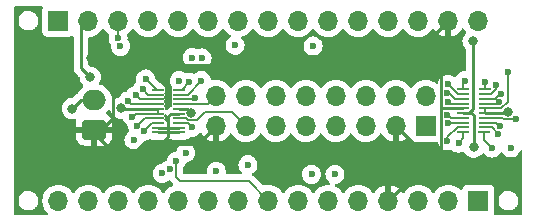
<source format=gbr>
%TF.GenerationSoftware,KiCad,Pcbnew,7.0.8*%
%TF.CreationDate,2023-11-16T14:29:34+01:00*%
%TF.ProjectId,LvL_shifter_shield,4c764c5f-7368-4696-9674-65725f736869,rev?*%
%TF.SameCoordinates,Original*%
%TF.FileFunction,Copper,L1,Top*%
%TF.FilePolarity,Positive*%
%FSLAX46Y46*%
G04 Gerber Fmt 4.6, Leading zero omitted, Abs format (unit mm)*
G04 Created by KiCad (PCBNEW 7.0.8) date 2023-11-16 14:29:34*
%MOMM*%
%LPD*%
G01*
G04 APERTURE LIST*
G04 Aperture macros list*
%AMRoundRect*
0 Rectangle with rounded corners*
0 $1 Rounding radius*
0 $2 $3 $4 $5 $6 $7 $8 $9 X,Y pos of 4 corners*
0 Add a 4 corners polygon primitive as box body*
4,1,4,$2,$3,$4,$5,$6,$7,$8,$9,$2,$3,0*
0 Add four circle primitives for the rounded corners*
1,1,$1+$1,$2,$3*
1,1,$1+$1,$4,$5*
1,1,$1+$1,$6,$7*
1,1,$1+$1,$8,$9*
0 Add four rect primitives between the rounded corners*
20,1,$1+$1,$2,$3,$4,$5,0*
20,1,$1+$1,$4,$5,$6,$7,0*
20,1,$1+$1,$6,$7,$8,$9,0*
20,1,$1+$1,$8,$9,$2,$3,0*%
G04 Aperture macros list end*
%TA.AperFunction,SMDPad,CuDef*%
%ADD10R,1.100000X0.200000*%
%TD*%
%TA.AperFunction,SMDPad,CuDef*%
%ADD11R,1.000000X0.200000*%
%TD*%
%TA.AperFunction,ComponentPad*%
%ADD12RoundRect,0.250000X0.750000X-0.600000X0.750000X0.600000X-0.750000X0.600000X-0.750000X-0.600000X0*%
%TD*%
%TA.AperFunction,ComponentPad*%
%ADD13O,2.000000X1.700000*%
%TD*%
%TA.AperFunction,ComponentPad*%
%ADD14R,1.700000X1.700000*%
%TD*%
%TA.AperFunction,ComponentPad*%
%ADD15O,1.700000X1.700000*%
%TD*%
%TA.AperFunction,ViaPad*%
%ADD16C,0.800000*%
%TD*%
%TA.AperFunction,ViaPad*%
%ADD17C,0.600000*%
%TD*%
%TA.AperFunction,Conductor*%
%ADD18C,0.150000*%
%TD*%
%TA.AperFunction,Conductor*%
%ADD19C,0.250000*%
%TD*%
G04 APERTURE END LIST*
D10*
%TO.P,U1,1,A1*%
%TO.N,/PA04*%
X142085000Y-87525000D03*
D11*
%TO.P,U1,2,A2*%
%TO.N,/PA07*%
X142135000Y-87125000D03*
%TO.P,U1,3,A3*%
%TO.N,/PA20*%
X142135000Y-86725000D03*
%TO.P,U1,4,A4*%
%TO.N,/PA17*%
X142135000Y-86325000D03*
%TO.P,U1,5,VCCA*%
%TO.N,+3.3V*%
X142135000Y-85925000D03*
%TO.P,U1,6,OE*%
X142135000Y-85525000D03*
%TO.P,U1,7,A5*%
%TO.N,/PA16*%
X142135000Y-85125000D03*
%TO.P,U1,8,A6*%
%TO.N,/PA18*%
X142135000Y-84725000D03*
%TO.P,U1,9,A7*%
%TO.N,/PA19*%
X142135000Y-84325000D03*
%TO.P,U1,10,A8*%
%TO.N,/PA21*%
X142135000Y-83925000D03*
%TO.P,U1,11,B8*%
%TO.N,/B2*%
X140335000Y-83925000D03*
%TO.P,U1,12,B7*%
%TO.N,/R2*%
X140335000Y-84325000D03*
%TO.P,U1,13,B6*%
%TO.N,/B1*%
X140335000Y-84725000D03*
%TO.P,U1,14,B5*%
%TO.N,/R1*%
X140335000Y-85125000D03*
%TO.P,U1,15,GND*%
%TO.N,GND*%
X140335000Y-85525000D03*
%TO.P,U1,16,VCCB*%
%TO.N,+5V*%
X140335000Y-85925000D03*
%TO.P,U1,17,B4*%
%TO.N,/G1*%
X140335000Y-86325000D03*
%TO.P,U1,18,B3*%
%TO.N,/G2*%
X140335000Y-86725000D03*
%TO.P,U1,19,B2*%
%TO.N,/E*%
X140335000Y-87125000D03*
%TO.P,U1,20,B1*%
%TO.N,/B*%
X140335000Y-87525000D03*
%TD*%
D12*
%TO.P,J4,1,Pin_1*%
%TO.N,GND*%
X109067600Y-87325200D03*
D13*
%TO.P,J4,2,Pin_2*%
%TO.N,+5V*%
X109067600Y-84825200D03*
%TD*%
D14*
%TO.P,J1,1,Pin_1*%
%TO.N,/G1*%
X137160000Y-86995000D03*
D15*
%TO.P,J1,2,Pin_2*%
%TO.N,/R1*%
X137160000Y-84455000D03*
%TO.P,J1,3,Pin_3*%
%TO.N,GND*%
X134620000Y-86995000D03*
%TO.P,J1,4,Pin_4*%
%TO.N,/B1*%
X134620000Y-84455000D03*
%TO.P,J1,5,Pin_5*%
%TO.N,/G2*%
X132080000Y-86995000D03*
%TO.P,J1,6,Pin_6*%
%TO.N,/R2*%
X132080000Y-84455000D03*
%TO.P,J1,7,Pin_7*%
%TO.N,/E*%
X129540000Y-86995000D03*
%TO.P,J1,8,Pin_8*%
%TO.N,/B2*%
X129540000Y-84455000D03*
%TO.P,J1,9,Pin_9*%
%TO.N,/B*%
X127000000Y-86995000D03*
%TO.P,J1,10,Pin_10*%
%TO.N,/A*%
X127000000Y-84455000D03*
%TO.P,J1,11,Pin_11*%
%TO.N,/D*%
X124460000Y-86995000D03*
%TO.P,J1,12,Pin_12*%
%TO.N,/C*%
X124460000Y-84455000D03*
%TO.P,J1,13,Pin_13*%
%TO.N,/LAT*%
X121920000Y-86995000D03*
%TO.P,J1,14,Pin_14*%
%TO.N,/CLK*%
X121920000Y-84455000D03*
%TO.P,J1,15,Pin_15*%
%TO.N,GND*%
X119380000Y-86995000D03*
%TO.P,J1,16,Pin_16*%
%TO.N,/OE*%
X119380000Y-84455000D03*
%TD*%
D10*
%TO.P,U2,1,A1*%
%TO.N,/PA03*%
X114505000Y-83960000D03*
D11*
%TO.P,U2,2,A2*%
%TO.N,/PA05*%
X114455000Y-84360000D03*
%TO.P,U2,3,A3*%
%TO.N,/PA09*%
X114455000Y-84760000D03*
%TO.P,U2,4,A4*%
%TO.N,/PA10*%
X114455000Y-85160000D03*
%TO.P,U2,5,VCCA*%
%TO.N,+3.3V*%
X114455000Y-85560000D03*
%TO.P,U2,6,OE*%
X114455000Y-85960000D03*
%TO.P,U2,7,A5*%
%TO.N,/PA11*%
X114455000Y-86360000D03*
%TO.P,U2,8,A6*%
%TO.N,/PA06*%
X114455000Y-86760000D03*
%TO.P,U2,9,A7*%
%TO.N,GND*%
X114455000Y-87160000D03*
%TO.P,U2,10,A8*%
X114455000Y-87560000D03*
%TO.P,U2,11,B8*%
X116255000Y-87560000D03*
%TO.P,U2,12,B7*%
X116255000Y-87160000D03*
%TO.P,U2,13,B6*%
%TO.N,/D*%
X116255000Y-86760000D03*
%TO.P,U2,14,B5*%
%TO.N,/LAT*%
X116255000Y-86360000D03*
%TO.P,U2,15,GND*%
%TO.N,GND*%
X116255000Y-85960000D03*
%TO.P,U2,16,VCCB*%
%TO.N,+5V*%
X116255000Y-85560000D03*
%TO.P,U2,17,B4*%
%TO.N,/OE*%
X116255000Y-85160000D03*
%TO.P,U2,18,B3*%
%TO.N,/CLK*%
X116255000Y-84760000D03*
%TO.P,U2,19,B2*%
%TO.N,/C*%
X116255000Y-84360000D03*
%TO.P,U2,20,B1*%
%TO.N,/A*%
X116255000Y-83960000D03*
%TD*%
D14*
%TO.P,J3,1,Pin_1*%
%TO.N,/PB22*%
X141605000Y-93345000D03*
D15*
%TO.P,J3,2,Pin_2*%
%TO.N,/PB23*%
X139065000Y-93345000D03*
%TO.P,J3,3,Pin_3*%
%TO.N,/RESET2*%
X136525000Y-93345000D03*
%TO.P,J3,4,Pin_4*%
%TO.N,GND*%
X133985000Y-93345000D03*
%TO.P,J3,5,Pin_5*%
%TO.N,/PB10*%
X131445000Y-93345000D03*
%TO.P,J3,6,Pin_6*%
%TO.N,/PB11*%
X128905000Y-93345000D03*
%TO.P,J3,7,Pin_7*%
%TO.N,/PA07*%
X126365000Y-93345000D03*
%TO.P,J3,8,Pin_8*%
%TO.N,/PA05*%
X123825000Y-93345000D03*
%TO.P,J3,9,Pin_9*%
%TO.N,/PA04*%
X121285000Y-93345000D03*
%TO.P,J3,10,Pin_10*%
%TO.N,/PA06*%
X118745000Y-93345000D03*
%TO.P,J3,11,Pin_11*%
%TO.N,/PA18*%
X116205000Y-93345000D03*
%TO.P,J3,12,Pin_12*%
%TO.N,/PA20*%
X113665000Y-93345000D03*
%TO.P,J3,13,Pin_13*%
%TO.N,/PA21*%
X111125000Y-93345000D03*
%TO.P,J3,14,Pin_14*%
%TO.N,/PA16*%
X108585000Y-93345000D03*
%TO.P,J3,15,Pin_15*%
%TO.N,/PA19*%
X106045000Y-93345000D03*
%TD*%
D14*
%TO.P,J2,1,Pin_1*%
%TO.N,/PA17*%
X106019600Y-78105000D03*
D15*
%TO.P,J2,2,Pin_2*%
%TO.N,+3.3V*%
X108559600Y-78105000D03*
%TO.P,J2,3,Pin_3*%
%TO.N,/PA03*%
X111099600Y-78105000D03*
%TO.P,J2,4,Pin_4*%
%TO.N,/PA02*%
X113639600Y-78105000D03*
%TO.P,J2,5,Pin_5*%
%TO.N,/PB02*%
X116179600Y-78105000D03*
%TO.P,J2,6,Pin_6*%
%TO.N,/PA11*%
X118719600Y-78105000D03*
%TO.P,J2,7,Pin_7*%
%TO.N,/PA10*%
X121259600Y-78105000D03*
%TO.P,J2,8,Pin_8*%
%TO.N,/PB08*%
X123799600Y-78105000D03*
%TO.P,J2,9,Pin_9*%
%TO.N,/PB09*%
X126339600Y-78105000D03*
%TO.P,J2,10,Pin_10*%
%TO.N,/PA09*%
X128879600Y-78105000D03*
%TO.P,J2,11,Pin_11*%
%TO.N,/PB03*%
X131419600Y-78105000D03*
%TO.P,J2,12,Pin_12*%
%TO.N,/+5V2*%
X133959600Y-78105000D03*
%TO.P,J2,13,Pin_13*%
%TO.N,/RESET*%
X136499600Y-78105000D03*
%TO.P,J2,14,Pin_14*%
%TO.N,GND*%
X139039600Y-78105000D03*
%TO.P,J2,15,Pin_15*%
%TO.N,/VIN*%
X141579600Y-78105000D03*
%TD*%
D16*
%TO.N,+5V*%
X107238800Y-85547200D03*
X117300798Y-85887100D03*
X141166683Y-79813317D03*
X141198600Y-88798400D03*
%TO.N,GND*%
X137936900Y-81280000D03*
X111582200Y-90144600D03*
X108839000Y-81280000D03*
X120548400Y-81280000D03*
%TO.N,+3.3V*%
X108737400Y-82880200D03*
X144094200Y-85852000D03*
X111328200Y-85496400D03*
D17*
%TO.N,/R1*%
X139014200Y-84963000D03*
%TO.N,/G1*%
X138988800Y-86049500D03*
%TO.N,/B1*%
X138988800Y-84201000D03*
%TO.N,/R2*%
X139014200Y-83489800D03*
%TO.N,/G2*%
X139014200Y-86791800D03*
%TO.N,/B2*%
X140462000Y-83176100D03*
%TO.N,/E*%
X138988800Y-88265000D03*
%TO.N,/A*%
X117144800Y-83312000D03*
%TO.N,/B*%
X139928600Y-88468200D03*
%TO.N,/C*%
X118160800Y-83185000D03*
%TO.N,/D*%
X117348000Y-87122000D03*
%TO.N,/CLK*%
X117584700Y-84685500D03*
%TO.N,/PA17*%
X144754600Y-86461600D03*
X111302800Y-80264000D03*
%TO.N,/PA03*%
X113436400Y-83032600D03*
X111099600Y-79578200D03*
%TO.N,/PA11*%
X116281200Y-83176100D03*
X112734972Y-87018757D03*
X118211600Y-81254600D03*
%TO.N,/PA10*%
X121005600Y-80195900D03*
X111963200Y-84886800D03*
%TO.N,/PA09*%
X127609600Y-80238600D03*
X112598200Y-84404200D03*
%TO.N,/PA07*%
X143256000Y-87706200D03*
%TO.N,/PA05*%
X116027200Y-89992200D03*
X113182400Y-83896200D03*
X112445800Y-88188800D03*
%TO.N,/PA04*%
X129463800Y-91109800D03*
X127482600Y-91109800D03*
X142753323Y-88879923D03*
%TO.N,/PA06*%
X119405400Y-90838500D03*
X113284000Y-87452200D03*
X116840000Y-89281000D03*
%TO.N,/PA18*%
X143560800Y-84302600D03*
X122097800Y-90297000D03*
%TO.N,/PA20*%
X143408400Y-86995000D03*
%TO.N,/PA21*%
X114833400Y-91033600D03*
X142138400Y-83261200D03*
%TO.N,/PA16*%
X143390377Y-85021177D03*
X115468400Y-90678000D03*
%TO.N,/PA19*%
X143078200Y-83540600D03*
X144348200Y-88874600D03*
%TO.N,+3.3V*%
X144094200Y-82473800D03*
X117368077Y-81223877D03*
X112318800Y-86258400D03*
%TD*%
D18*
%TO.N,+3.3V*%
X114455000Y-85960000D02*
X114455000Y-85560000D01*
X142135000Y-85525000D02*
X142135000Y-85925000D01*
X112318800Y-86258400D02*
X112090200Y-86258400D01*
D19*
%TO.N,+5V*%
X117300798Y-85887100D02*
X116973698Y-85560000D01*
X141017600Y-85925000D02*
X140335000Y-85925000D01*
X141173200Y-81203800D02*
X141166683Y-81197283D01*
X107960800Y-84825200D02*
X107238800Y-85547200D01*
X141166683Y-81197283D02*
X141166683Y-79813317D01*
X109067600Y-84825200D02*
X107960800Y-84825200D01*
X141198600Y-86106000D02*
X141017600Y-85925000D01*
X140335000Y-85925000D02*
X140835000Y-85925000D01*
X108993626Y-84825200D02*
X109030613Y-84862187D01*
X116973698Y-85560000D02*
X116255000Y-85560000D01*
X141198600Y-88798400D02*
X141198600Y-86106000D01*
X141173200Y-85586800D02*
X141173200Y-81203800D01*
X140835000Y-85925000D02*
X141173200Y-85586800D01*
%TO.N,GND*%
X137936900Y-79207700D02*
X137936900Y-81280000D01*
X110642400Y-86334600D02*
X109651800Y-87325200D01*
X114455000Y-87160000D02*
X115366800Y-87160000D01*
X139039600Y-78105000D02*
X137936900Y-79207700D01*
X113207800Y-88519000D02*
X117856000Y-88519000D01*
X114455000Y-87560000D02*
X115366800Y-87560000D01*
X138430000Y-85525000D02*
X140335000Y-85525000D01*
X110642400Y-83108800D02*
X111861600Y-81889600D01*
X111582200Y-90144600D02*
X113207800Y-88519000D01*
X115366800Y-87909400D02*
X114757200Y-88519000D01*
X137936900Y-81280000D02*
X137795000Y-81280000D01*
X133985000Y-93345000D02*
X138430000Y-88900000D01*
X115366800Y-86182200D02*
X115366800Y-87160000D01*
X120550344Y-81281944D02*
X120548400Y-81280000D01*
X134620000Y-86995000D02*
X136525000Y-88900000D01*
X110591600Y-83032600D02*
X110591600Y-83058000D01*
X111861600Y-81889600D02*
X119938800Y-81889600D01*
X110591600Y-83058000D02*
X110642400Y-83108800D01*
X109372400Y-87325200D02*
X109067600Y-87325200D01*
X115366800Y-87560000D02*
X116255000Y-87560000D01*
X138430000Y-81773100D02*
X138430000Y-88900000D01*
X111582200Y-90144600D02*
X109067600Y-87630000D01*
X138430000Y-81773100D02*
X137936900Y-81280000D01*
X115589000Y-85960000D02*
X115366800Y-86182200D01*
X120550344Y-81254600D02*
X137911500Y-81254600D01*
X109067600Y-87325200D02*
X109499400Y-87325200D01*
X109651800Y-87325200D02*
X109067600Y-87325200D01*
X115366800Y-87160000D02*
X115366800Y-87560000D01*
X115366800Y-87909400D02*
X115366800Y-87560000D01*
X136525000Y-88900000D02*
X138430000Y-88900000D01*
X117856000Y-88519000D02*
X119380000Y-86995000D01*
X119938800Y-81889600D02*
X120548400Y-81280000D01*
X108839000Y-81280000D02*
X110591600Y-83032600D01*
X138430000Y-88900000D02*
X138430000Y-85525000D01*
X109067600Y-87630000D02*
X109067600Y-87325200D01*
X110642400Y-83108800D02*
X110642400Y-86334600D01*
X116255000Y-85960000D02*
X115589000Y-85960000D01*
X137911500Y-81254600D02*
X137936900Y-81280000D01*
X115366800Y-87160000D02*
X116255000Y-87160000D01*
%TO.N,+3.3V*%
X107961032Y-78703568D02*
X107961032Y-82103832D01*
X111391800Y-85560000D02*
X114455000Y-85560000D01*
X144094200Y-85852000D02*
X144021200Y-85925000D01*
X144021200Y-85925000D02*
X142135000Y-85925000D01*
X111328200Y-85496400D02*
X111391800Y-85560000D01*
X108559600Y-78105000D02*
X107961032Y-78703568D01*
X107961032Y-82103832D02*
X108737400Y-82880200D01*
D18*
%TO.N,/R1*%
X139176200Y-85125000D02*
X139014200Y-84963000D01*
X140335000Y-85125000D02*
X139176200Y-85125000D01*
%TO.N,/G1*%
X139264300Y-86325000D02*
X138988800Y-86049500D01*
X140335000Y-86325000D02*
X139264300Y-86325000D01*
%TO.N,/B1*%
X139639800Y-84725000D02*
X139115800Y-84201000D01*
X139115800Y-84201000D02*
X138988800Y-84201000D01*
X140335000Y-84725000D02*
X139639800Y-84725000D01*
%TO.N,/R2*%
X140335000Y-84325000D02*
X139849400Y-84325000D01*
X139849400Y-84325000D02*
X139014200Y-83489800D01*
%TO.N,/G2*%
X140335000Y-86725000D02*
X139081000Y-86725000D01*
X139081000Y-86725000D02*
X139014200Y-86791800D01*
%TO.N,/B2*%
X140462000Y-83176100D02*
X140335000Y-83303100D01*
X140335000Y-83303100D02*
X140335000Y-83925000D01*
%TO.N,/E*%
X139849400Y-87125000D02*
X138988800Y-87985600D01*
X138988800Y-87985600D02*
X138988800Y-88265000D01*
X140335000Y-87125000D02*
X139849400Y-87125000D01*
%TO.N,/A*%
X116255000Y-83960000D02*
X116496800Y-83960000D01*
X116496800Y-83960000D02*
X117144800Y-83312000D01*
%TO.N,/B*%
X140335000Y-87525000D02*
X140335000Y-88061800D01*
X140335000Y-88061800D02*
X139928600Y-88468200D01*
%TO.N,/C*%
X116255000Y-84360000D02*
X116985800Y-84360000D01*
X116985800Y-84360000D02*
X118160800Y-83185000D01*
%TO.N,/D*%
X116986000Y-86760000D02*
X117348000Y-87122000D01*
X116255000Y-86760000D02*
X116986000Y-86760000D01*
%TO.N,/CLK*%
X117510200Y-84760000D02*
X117584700Y-84685500D01*
X116255000Y-84760000D02*
X117510200Y-84760000D01*
%TO.N,/LAT*%
X116992400Y-86487000D02*
X117805200Y-86487000D01*
X116865400Y-86360000D02*
X116992400Y-86487000D01*
X118491000Y-85801200D02*
X120726200Y-85801200D01*
X116255000Y-86360000D02*
X116865400Y-86360000D01*
X117805200Y-86487000D02*
X118491000Y-85801200D01*
X120726200Y-85801200D02*
X121920000Y-86995000D01*
%TO.N,/OE*%
X116255000Y-85160000D02*
X118675000Y-85160000D01*
X118675000Y-85160000D02*
X119380000Y-84455000D01*
D19*
X119380000Y-84455000D02*
X119380000Y-84277200D01*
D18*
%TO.N,/PA17*%
X143627400Y-86325000D02*
X143764000Y-86461600D01*
X142135000Y-86325000D02*
X143627400Y-86325000D01*
X143764000Y-86461600D02*
X144754600Y-86461600D01*
%TO.N,/PA03*%
X114505000Y-83960000D02*
X114363800Y-83960000D01*
X111099600Y-79578200D02*
X111099600Y-78105000D01*
X114363800Y-83960000D02*
X113436400Y-83032600D01*
%TO.N,/PA11*%
X113393729Y-86360000D02*
X112734972Y-87018757D01*
X114455000Y-86360000D02*
X113393729Y-86360000D01*
%TO.N,/PA10*%
X114455000Y-85160000D02*
X112185600Y-85160000D01*
X111963200Y-84937600D02*
X111963200Y-84886800D01*
X112185600Y-85160000D02*
X111963200Y-84937600D01*
%TO.N,/PA09*%
X112954000Y-84760000D02*
X112598200Y-84404200D01*
X114455000Y-84760000D02*
X112954000Y-84760000D01*
%TO.N,/PA07*%
X142725600Y-87125000D02*
X142135000Y-87125000D01*
X143256000Y-87706200D02*
X143256000Y-87655400D01*
X143256000Y-87655400D02*
X142725600Y-87125000D01*
%TO.N,/PA05*%
X116027200Y-91338400D02*
X116027200Y-89992200D01*
X123825000Y-93345000D02*
X122148600Y-91668600D01*
X122148600Y-91668600D02*
X116357400Y-91668600D01*
X114455000Y-84360000D02*
X113646200Y-84360000D01*
X113646200Y-84360000D02*
X113182400Y-83896200D01*
X116357400Y-91668600D02*
X116027200Y-91338400D01*
%TO.N,/PA04*%
X142085000Y-88211600D02*
X142085000Y-87525000D01*
X142753323Y-88879923D02*
X142085000Y-88211600D01*
%TO.N,/PA06*%
X113976200Y-86760000D02*
X114455000Y-86760000D01*
X113284000Y-87452200D02*
X113976200Y-86760000D01*
%TO.N,/PA18*%
X143014802Y-84725000D02*
X143437202Y-84302600D01*
X143437202Y-84302600D02*
X143560800Y-84302600D01*
X142135000Y-84725000D02*
X143014802Y-84725000D01*
%TO.N,/PA20*%
X143408400Y-86995000D02*
X143138400Y-86725000D01*
X143138400Y-86725000D02*
X142135000Y-86725000D01*
%TO.N,/PA21*%
X142135000Y-83264600D02*
X142138400Y-83261200D01*
X142135000Y-83925000D02*
X142135000Y-83264600D01*
%TO.N,/PA16*%
X143286554Y-85125000D02*
X143390377Y-85021177D01*
X142135000Y-85125000D02*
X143286554Y-85125000D01*
%TO.N,/PA19*%
X143078200Y-83881800D02*
X143078200Y-83540600D01*
X142635000Y-84325000D02*
X143078200Y-83881800D01*
X142135000Y-84325000D02*
X142635000Y-84325000D01*
%TO.N,+3.3V*%
X144094200Y-84988400D02*
X143557600Y-85525000D01*
X143557600Y-85525000D02*
X142135000Y-85525000D01*
X144094200Y-82473800D02*
X144094200Y-84988400D01*
X112617200Y-85960000D02*
X112318800Y-86258400D01*
X114455000Y-85960000D02*
X112617200Y-85960000D01*
%TD*%
%TA.AperFunction,Conductor*%
%TO.N,GND*%
G36*
X104671042Y-76880085D02*
G01*
X104716797Y-76932889D01*
X104726741Y-77002047D01*
X104720185Y-77027733D01*
X104675508Y-77147517D01*
X104669101Y-77207116D01*
X104669100Y-77207135D01*
X104669100Y-79002870D01*
X104669101Y-79002876D01*
X104675508Y-79062483D01*
X104725802Y-79197328D01*
X104725806Y-79197335D01*
X104812052Y-79312544D01*
X104812055Y-79312547D01*
X104927264Y-79398793D01*
X104927271Y-79398797D01*
X105062117Y-79449091D01*
X105062116Y-79449091D01*
X105069044Y-79449835D01*
X105121727Y-79455500D01*
X106917472Y-79455499D01*
X106977083Y-79449091D01*
X107111931Y-79398796D01*
X107137220Y-79379864D01*
X107202683Y-79355446D01*
X107270956Y-79370296D01*
X107320363Y-79419701D01*
X107335532Y-79479130D01*
X107335532Y-82021087D01*
X107333807Y-82036704D01*
X107334093Y-82036731D01*
X107333358Y-82044497D01*
X107335532Y-82113646D01*
X107335532Y-82143175D01*
X107335533Y-82143192D01*
X107336400Y-82150063D01*
X107336858Y-82155882D01*
X107338322Y-82202456D01*
X107338323Y-82202459D01*
X107343912Y-82221699D01*
X107347856Y-82240743D01*
X107350368Y-82260623D01*
X107367522Y-82303951D01*
X107369414Y-82309479D01*
X107382413Y-82354220D01*
X107392612Y-82371466D01*
X107401168Y-82388932D01*
X107405405Y-82399631D01*
X107408546Y-82407564D01*
X107435930Y-82445255D01*
X107439138Y-82450139D01*
X107462859Y-82490248D01*
X107462865Y-82490256D01*
X107477022Y-82504412D01*
X107489660Y-82519208D01*
X107495054Y-82526633D01*
X107501438Y-82535419D01*
X107529245Y-82558423D01*
X107537341Y-82565120D01*
X107541652Y-82569042D01*
X107736620Y-82764011D01*
X107798438Y-82825829D01*
X107831923Y-82887152D01*
X107834078Y-82900548D01*
X107835110Y-82910365D01*
X107851726Y-83068456D01*
X107851727Y-83068459D01*
X107910218Y-83248477D01*
X107910221Y-83248484D01*
X108004867Y-83412416D01*
X108106799Y-83525623D01*
X108133762Y-83555568D01*
X108163992Y-83618559D01*
X108155367Y-83687895D01*
X108112736Y-83740114D01*
X108046198Y-83786704D01*
X107879106Y-83953797D01*
X107879101Y-83953804D01*
X107743565Y-84147368D01*
X107743561Y-84147375D01*
X107711911Y-84215248D01*
X107665738Y-84267687D01*
X107659276Y-84271499D01*
X107657074Y-84272709D01*
X107619376Y-84300098D01*
X107614494Y-84303305D01*
X107574379Y-84327030D01*
X107560208Y-84341200D01*
X107545423Y-84353828D01*
X107529212Y-84365607D01*
X107499509Y-84401510D01*
X107495577Y-84405830D01*
X107399983Y-84501424D01*
X107291026Y-84610382D01*
X107229706Y-84643866D01*
X107203347Y-84646700D01*
X107144154Y-84646700D01*
X107111697Y-84653598D01*
X106958997Y-84686055D01*
X106958992Y-84686057D01*
X106786070Y-84763048D01*
X106786065Y-84763051D01*
X106632929Y-84874311D01*
X106506266Y-85014985D01*
X106411621Y-85178915D01*
X106411618Y-85178922D01*
X106353127Y-85358940D01*
X106353126Y-85358944D01*
X106333340Y-85547200D01*
X106353126Y-85735456D01*
X106353127Y-85735459D01*
X106411618Y-85915477D01*
X106411621Y-85915484D01*
X106506267Y-86079416D01*
X106592962Y-86175700D01*
X106632929Y-86220088D01*
X106786065Y-86331348D01*
X106786070Y-86331351D01*
X106958992Y-86408342D01*
X106958997Y-86408344D01*
X107144154Y-86447700D01*
X107144155Y-86447700D01*
X107333444Y-86447700D01*
X107333446Y-86447700D01*
X107430681Y-86427032D01*
X107500347Y-86432348D01*
X107556081Y-86474485D01*
X107580186Y-86540065D01*
X107578332Y-86565723D01*
X107578782Y-86565769D01*
X107567600Y-86675213D01*
X107567600Y-87075200D01*
X108633914Y-87075200D01*
X108608107Y-87115356D01*
X108567600Y-87253311D01*
X108567600Y-87397089D01*
X108608107Y-87535044D01*
X108633914Y-87575200D01*
X107567601Y-87575200D01*
X107567601Y-87975186D01*
X107578094Y-88077897D01*
X107633241Y-88244319D01*
X107633243Y-88244324D01*
X107725284Y-88393545D01*
X107849254Y-88517515D01*
X107998475Y-88609556D01*
X107998480Y-88609558D01*
X108164902Y-88664705D01*
X108164909Y-88664706D01*
X108267619Y-88675199D01*
X108817599Y-88675199D01*
X108817600Y-88675198D01*
X108817600Y-87760701D01*
X108925285Y-87809880D01*
X109031837Y-87825200D01*
X109103363Y-87825200D01*
X109209915Y-87809880D01*
X109317600Y-87760701D01*
X109317600Y-88675199D01*
X109867572Y-88675199D01*
X109867586Y-88675198D01*
X109970297Y-88664705D01*
X110136719Y-88609558D01*
X110136724Y-88609556D01*
X110285945Y-88517515D01*
X110409915Y-88393545D01*
X110501956Y-88244324D01*
X110501958Y-88244319D01*
X110557105Y-88077897D01*
X110557106Y-88077890D01*
X110567599Y-87975186D01*
X110567600Y-87975173D01*
X110567600Y-87575200D01*
X109501286Y-87575200D01*
X109527093Y-87535044D01*
X109567600Y-87397089D01*
X109567600Y-87253311D01*
X109527093Y-87115356D01*
X109501286Y-87075200D01*
X110567599Y-87075200D01*
X110567599Y-86675228D01*
X110567598Y-86675213D01*
X110557105Y-86572502D01*
X110501958Y-86406080D01*
X110501956Y-86406075D01*
X110409915Y-86256854D01*
X110285944Y-86132883D01*
X110285940Y-86132880D01*
X110131116Y-86037383D01*
X110084391Y-85985435D01*
X110073170Y-85916473D01*
X110101013Y-85852391D01*
X110108520Y-85844175D01*
X110256095Y-85696601D01*
X110256099Y-85696594D01*
X110256651Y-85696043D01*
X110317974Y-85662558D01*
X110387666Y-85667542D01*
X110443600Y-85709413D01*
X110462264Y-85745405D01*
X110501019Y-85864680D01*
X110501021Y-85864684D01*
X110595667Y-86028616D01*
X110713966Y-86160000D01*
X110722329Y-86169288D01*
X110875465Y-86280548D01*
X110875470Y-86280551D01*
X111048392Y-86357542D01*
X111048397Y-86357544D01*
X111233554Y-86396900D01*
X111233555Y-86396900D01*
X111429345Y-86396900D01*
X111429345Y-86399440D01*
X111486876Y-86409954D01*
X111537906Y-86457680D01*
X111548163Y-86479758D01*
X111593009Y-86607919D01*
X111653159Y-86703647D01*
X111688984Y-86760662D01*
X111816538Y-86888216D01*
X111835687Y-86900248D01*
X111871615Y-86922823D01*
X111917906Y-86975158D01*
X111928863Y-87013934D01*
X111949602Y-87198006D01*
X111949603Y-87198011D01*
X112009183Y-87368281D01*
X112010542Y-87370443D01*
X112010993Y-87372039D01*
X112012203Y-87374552D01*
X112011762Y-87374764D01*
X112029537Y-87437681D01*
X112009166Y-87504515D01*
X111971518Y-87541402D01*
X111943538Y-87558983D01*
X111815984Y-87686537D01*
X111720011Y-87839276D01*
X111660431Y-88009545D01*
X111660430Y-88009550D01*
X111640235Y-88188796D01*
X111640235Y-88188803D01*
X111660430Y-88368049D01*
X111660431Y-88368054D01*
X111720011Y-88538323D01*
X111770760Y-88619089D01*
X111815984Y-88691062D01*
X111943538Y-88818616D01*
X112096278Y-88914589D01*
X112195722Y-88949386D01*
X112266545Y-88974168D01*
X112266550Y-88974169D01*
X112445796Y-88994365D01*
X112445800Y-88994365D01*
X112445804Y-88994365D01*
X112625049Y-88974169D01*
X112625052Y-88974168D01*
X112625055Y-88974168D01*
X112795322Y-88914589D01*
X112948062Y-88818616D01*
X113075616Y-88691062D01*
X113171589Y-88538322D01*
X113231168Y-88368055D01*
X113232002Y-88360647D01*
X113259064Y-88296233D01*
X113316656Y-88256674D01*
X113341338Y-88251304D01*
X113399211Y-88244784D01*
X113463249Y-88237569D01*
X113463251Y-88237568D01*
X113463255Y-88237568D01*
X113463258Y-88237566D01*
X113463262Y-88237566D01*
X113514300Y-88219706D01*
X113633522Y-88177989D01*
X113685743Y-88145176D01*
X113752976Y-88126175D01*
X113795048Y-88133987D01*
X113847628Y-88153598D01*
X113847627Y-88153598D01*
X113907155Y-88159999D01*
X113907172Y-88160000D01*
X115002828Y-88160000D01*
X115002844Y-88159999D01*
X115062372Y-88153598D01*
X115062379Y-88153596D01*
X115197086Y-88103354D01*
X115197089Y-88103352D01*
X115280688Y-88040770D01*
X115346152Y-88016352D01*
X115414425Y-88031203D01*
X115429312Y-88040770D01*
X115512910Y-88103352D01*
X115512913Y-88103354D01*
X115647620Y-88153596D01*
X115647627Y-88153598D01*
X115707155Y-88159999D01*
X115707172Y-88160000D01*
X116802828Y-88160000D01*
X116802844Y-88159999D01*
X116862372Y-88153598D01*
X116862379Y-88153596D01*
X116997086Y-88103354D01*
X116997088Y-88103352D01*
X117112186Y-88017190D01*
X117112189Y-88017188D01*
X117149836Y-87966897D01*
X117205769Y-87925025D01*
X117262986Y-87917986D01*
X117325457Y-87925025D01*
X117347999Y-87927565D01*
X117348000Y-87927565D01*
X117348003Y-87927565D01*
X117527249Y-87907369D01*
X117527252Y-87907368D01*
X117527255Y-87907368D01*
X117697522Y-87847789D01*
X117850262Y-87751816D01*
X117977816Y-87624262D01*
X117977819Y-87624256D01*
X117982159Y-87618816D01*
X117984323Y-87620542D01*
X118027248Y-87582550D01*
X118096298Y-87571880D01*
X118160155Y-87600236D01*
X118192324Y-87642393D01*
X118206398Y-87672575D01*
X118206399Y-87672577D01*
X118341894Y-87866082D01*
X118508917Y-88033105D01*
X118702421Y-88168600D01*
X118916507Y-88268429D01*
X118916516Y-88268433D01*
X119130000Y-88325634D01*
X119130000Y-87430501D01*
X119237685Y-87479680D01*
X119344237Y-87495000D01*
X119415763Y-87495000D01*
X119522315Y-87479680D01*
X119630000Y-87430501D01*
X119630000Y-88325633D01*
X119843483Y-88268433D01*
X119843492Y-88268429D01*
X120057578Y-88168600D01*
X120251082Y-88033105D01*
X120418105Y-87866082D01*
X120548119Y-87680405D01*
X120602696Y-87636781D01*
X120672195Y-87629588D01*
X120734549Y-87661110D01*
X120751269Y-87680405D01*
X120881505Y-87866401D01*
X121048599Y-88033495D01*
X121126510Y-88088049D01*
X121242165Y-88169032D01*
X121242167Y-88169033D01*
X121242170Y-88169035D01*
X121456337Y-88268903D01*
X121684592Y-88330063D01*
X121861034Y-88345500D01*
X121919999Y-88350659D01*
X121920000Y-88350659D01*
X121920001Y-88350659D01*
X121978966Y-88345500D01*
X122155408Y-88330063D01*
X122383663Y-88268903D01*
X122597830Y-88169035D01*
X122791401Y-88033495D01*
X122958495Y-87866401D01*
X123088425Y-87680842D01*
X123143002Y-87637217D01*
X123212500Y-87630023D01*
X123274855Y-87661546D01*
X123291575Y-87680842D01*
X123421281Y-87866082D01*
X123421505Y-87866401D01*
X123588599Y-88033495D01*
X123666510Y-88088049D01*
X123782165Y-88169032D01*
X123782167Y-88169033D01*
X123782170Y-88169035D01*
X123996337Y-88268903D01*
X124224592Y-88330063D01*
X124401034Y-88345500D01*
X124459999Y-88350659D01*
X124460000Y-88350659D01*
X124460001Y-88350659D01*
X124518966Y-88345500D01*
X124695408Y-88330063D01*
X124923663Y-88268903D01*
X125137830Y-88169035D01*
X125331401Y-88033495D01*
X125498495Y-87866401D01*
X125628425Y-87680842D01*
X125683002Y-87637217D01*
X125752500Y-87630023D01*
X125814855Y-87661546D01*
X125831575Y-87680842D01*
X125961281Y-87866082D01*
X125961505Y-87866401D01*
X126128599Y-88033495D01*
X126206510Y-88088049D01*
X126322165Y-88169032D01*
X126322167Y-88169033D01*
X126322170Y-88169035D01*
X126536337Y-88268903D01*
X126764592Y-88330063D01*
X126941034Y-88345500D01*
X126999999Y-88350659D01*
X127000000Y-88350659D01*
X127000001Y-88350659D01*
X127058966Y-88345500D01*
X127235408Y-88330063D01*
X127463663Y-88268903D01*
X127677830Y-88169035D01*
X127871401Y-88033495D01*
X128038495Y-87866401D01*
X128168425Y-87680842D01*
X128223002Y-87637217D01*
X128292500Y-87630023D01*
X128354855Y-87661546D01*
X128371575Y-87680842D01*
X128501281Y-87866082D01*
X128501505Y-87866401D01*
X128668599Y-88033495D01*
X128746510Y-88088049D01*
X128862165Y-88169032D01*
X128862167Y-88169033D01*
X128862170Y-88169035D01*
X129076337Y-88268903D01*
X129304592Y-88330063D01*
X129481034Y-88345500D01*
X129539999Y-88350659D01*
X129540000Y-88350659D01*
X129540001Y-88350659D01*
X129598966Y-88345500D01*
X129775408Y-88330063D01*
X130003663Y-88268903D01*
X130217830Y-88169035D01*
X130411401Y-88033495D01*
X130578495Y-87866401D01*
X130708425Y-87680842D01*
X130763002Y-87637217D01*
X130832500Y-87630023D01*
X130894855Y-87661546D01*
X130911575Y-87680842D01*
X131041281Y-87866082D01*
X131041505Y-87866401D01*
X131208599Y-88033495D01*
X131286510Y-88088049D01*
X131402165Y-88169032D01*
X131402167Y-88169033D01*
X131402170Y-88169035D01*
X131616337Y-88268903D01*
X131844592Y-88330063D01*
X132021034Y-88345500D01*
X132079999Y-88350659D01*
X132080000Y-88350659D01*
X132080001Y-88350659D01*
X132138966Y-88345500D01*
X132315408Y-88330063D01*
X132543663Y-88268903D01*
X132757830Y-88169035D01*
X132951401Y-88033495D01*
X133118495Y-87866401D01*
X133248730Y-87680405D01*
X133303307Y-87636781D01*
X133372805Y-87629587D01*
X133435160Y-87661110D01*
X133451879Y-87680405D01*
X133581890Y-87866078D01*
X133748917Y-88033105D01*
X133942421Y-88168600D01*
X134156507Y-88268429D01*
X134156516Y-88268433D01*
X134370000Y-88325634D01*
X134370000Y-87430501D01*
X134477685Y-87479680D01*
X134584237Y-87495000D01*
X134655763Y-87495000D01*
X134762315Y-87479680D01*
X134870000Y-87430501D01*
X134870000Y-88325633D01*
X135083483Y-88268433D01*
X135083492Y-88268429D01*
X135297578Y-88168600D01*
X135491078Y-88033108D01*
X135613133Y-87911053D01*
X135674456Y-87877568D01*
X135744148Y-87882552D01*
X135800082Y-87924423D01*
X135816997Y-87955401D01*
X135866202Y-88087328D01*
X135866206Y-88087335D01*
X135952452Y-88202544D01*
X135952455Y-88202547D01*
X136067664Y-88288793D01*
X136067671Y-88288797D01*
X136202517Y-88339091D01*
X136202516Y-88339091D01*
X136209444Y-88339835D01*
X136262127Y-88345500D01*
X138057872Y-88345499D01*
X138068326Y-88344375D01*
X138137085Y-88356778D01*
X138188224Y-88404386D01*
X138202473Y-88440056D01*
X138203430Y-88444249D01*
X138263010Y-88614521D01*
X138317140Y-88700668D01*
X138358984Y-88767262D01*
X138486538Y-88894816D01*
X138639278Y-88990789D01*
X138727048Y-89021501D01*
X138809545Y-89050368D01*
X138809550Y-89050369D01*
X138988796Y-89070565D01*
X138988800Y-89070565D01*
X138988804Y-89070565D01*
X139168048Y-89050369D01*
X139168048Y-89050368D01*
X139168055Y-89050368D01*
X139250551Y-89021500D01*
X139320324Y-89017938D01*
X139379183Y-89050861D01*
X139426338Y-89098016D01*
X139442732Y-89108317D01*
X139578721Y-89193765D01*
X139579078Y-89193989D01*
X139742618Y-89251214D01*
X139749345Y-89253568D01*
X139749350Y-89253569D01*
X139928596Y-89273765D01*
X139928600Y-89273765D01*
X139928604Y-89273765D01*
X140107849Y-89253569D01*
X140107851Y-89253568D01*
X140107855Y-89253568D01*
X140107858Y-89253566D01*
X140107862Y-89253566D01*
X140271882Y-89196173D01*
X140341661Y-89192611D01*
X140402288Y-89227339D01*
X140420224Y-89251214D01*
X140466065Y-89330614D01*
X140592729Y-89471288D01*
X140745865Y-89582548D01*
X140745870Y-89582551D01*
X140918792Y-89659542D01*
X140918797Y-89659544D01*
X141103954Y-89698900D01*
X141103955Y-89698900D01*
X141293244Y-89698900D01*
X141293246Y-89698900D01*
X141478403Y-89659544D01*
X141651330Y-89582551D01*
X141804471Y-89471288D01*
X141915531Y-89347942D01*
X141975016Y-89311295D01*
X142044873Y-89312625D01*
X142102922Y-89351512D01*
X142112672Y-89364941D01*
X142123507Y-89382185D01*
X142251061Y-89509739D01*
X142254074Y-89511632D01*
X142395329Y-89600389D01*
X142403801Y-89605712D01*
X142474704Y-89630522D01*
X142574068Y-89665291D01*
X142574073Y-89665292D01*
X142753319Y-89685488D01*
X142753323Y-89685488D01*
X142753327Y-89685488D01*
X142932572Y-89665292D01*
X142932575Y-89665291D01*
X142932578Y-89665291D01*
X143102845Y-89605712D01*
X143255585Y-89509739D01*
X143383139Y-89382185D01*
X143447440Y-89279849D01*
X143499773Y-89233560D01*
X143568827Y-89222911D01*
X143632675Y-89251286D01*
X143657426Y-89279850D01*
X143709287Y-89362384D01*
X143718384Y-89376862D01*
X143845938Y-89504416D01*
X143936280Y-89561182D01*
X143952241Y-89571211D01*
X143998678Y-89600389D01*
X144084796Y-89630523D01*
X144168945Y-89659968D01*
X144168950Y-89659969D01*
X144348196Y-89680165D01*
X144348200Y-89680165D01*
X144348204Y-89680165D01*
X144527449Y-89659969D01*
X144527452Y-89659968D01*
X144527455Y-89659968D01*
X144697722Y-89600389D01*
X144850462Y-89504416D01*
X144978016Y-89376862D01*
X145073989Y-89224122D01*
X145097758Y-89156193D01*
X145138480Y-89099418D01*
X145203433Y-89073671D01*
X145271994Y-89087127D01*
X145322397Y-89135514D01*
X145338800Y-89197149D01*
X145338800Y-94414800D01*
X145319115Y-94481839D01*
X145266311Y-94527594D01*
X145214800Y-94538800D01*
X143039544Y-94538800D01*
X142972505Y-94519115D01*
X142926750Y-94466311D01*
X142916806Y-94397153D01*
X142923362Y-94371467D01*
X142949091Y-94302482D01*
X142955500Y-94242873D01*
X142955499Y-93345000D01*
X143314953Y-93345000D01*
X143333092Y-93517576D01*
X143333093Y-93517579D01*
X143386712Y-93682608D01*
X143473477Y-93832887D01*
X143473476Y-93832887D01*
X143585879Y-93957723D01*
X143589590Y-93961845D01*
X143723364Y-94059038D01*
X143729976Y-94063842D01*
X143888495Y-94134420D01*
X143888498Y-94134421D01*
X143888499Y-94134421D01*
X143888501Y-94134422D01*
X143915933Y-94140252D01*
X143919594Y-94141149D01*
X143923628Y-94142269D01*
X143923638Y-94142273D01*
X143930096Y-94143331D01*
X143932899Y-94143859D01*
X144058236Y-94170500D01*
X144058237Y-94170500D01*
X144085723Y-94170500D01*
X144093478Y-94171130D01*
X144093493Y-94170855D01*
X144100194Y-94171217D01*
X144100204Y-94171219D01*
X144111788Y-94170590D01*
X144115142Y-94170500D01*
X144231760Y-94170500D01*
X144231764Y-94170500D01*
X144262850Y-94163892D01*
X144272231Y-94162650D01*
X144272227Y-94162620D01*
X144278854Y-94161532D01*
X144278864Y-94161532D01*
X144293099Y-94157579D01*
X144296712Y-94156694D01*
X144401499Y-94134422D01*
X144434517Y-94119721D01*
X144450197Y-94114090D01*
X144451250Y-94113669D01*
X144451264Y-94113666D01*
X144465900Y-94105905D01*
X144469679Y-94104066D01*
X144560024Y-94063842D01*
X144596399Y-94037413D01*
X144603794Y-94032799D01*
X144609344Y-94029857D01*
X144622610Y-94018587D01*
X144626269Y-94015711D01*
X144700410Y-93961845D01*
X144733395Y-93925210D01*
X144739321Y-93919453D01*
X144745712Y-93914025D01*
X144756351Y-93900029D01*
X144759572Y-93896138D01*
X144816522Y-93832889D01*
X144843415Y-93786309D01*
X144847723Y-93779830D01*
X144853991Y-93771586D01*
X144861203Y-93755995D01*
X144863741Y-93751103D01*
X144903286Y-93682611D01*
X144921330Y-93627073D01*
X144924012Y-93620238D01*
X144929119Y-93609200D01*
X144932634Y-93593229D01*
X144934215Y-93587418D01*
X144956908Y-93517576D01*
X144963513Y-93454731D01*
X144964614Y-93447943D01*
X144967582Y-93434461D01*
X144968188Y-93412019D01*
X144968503Y-93407256D01*
X144975047Y-93345000D01*
X144968500Y-93282717D01*
X144968188Y-93277979D01*
X144967582Y-93255539D01*
X144964615Y-93242061D01*
X144963511Y-93235245D01*
X144956908Y-93172424D01*
X144934213Y-93102577D01*
X144932630Y-93096750D01*
X144929120Y-93080804D01*
X144929119Y-93080803D01*
X144929119Y-93080800D01*
X144924018Y-93069774D01*
X144921324Y-93062907D01*
X144903286Y-93007389D01*
X144881746Y-92970082D01*
X144863761Y-92938929D01*
X144861183Y-92933959D01*
X144853991Y-92918414D01*
X144847736Y-92910186D01*
X144843404Y-92903671D01*
X144816522Y-92857111D01*
X144759592Y-92793884D01*
X144756324Y-92789935D01*
X144745712Y-92775975D01*
X144745710Y-92775973D01*
X144739330Y-92770554D01*
X144733390Y-92764782D01*
X144700411Y-92728156D01*
X144675390Y-92709977D01*
X144626285Y-92674299D01*
X144622596Y-92671399D01*
X144609347Y-92660145D01*
X144609346Y-92660144D01*
X144608308Y-92659594D01*
X144603794Y-92657200D01*
X144596401Y-92652587D01*
X144577821Y-92639088D01*
X144560028Y-92626160D01*
X144469704Y-92585945D01*
X144465880Y-92584083D01*
X144451264Y-92576334D01*
X144451261Y-92576333D01*
X144450243Y-92575927D01*
X144434503Y-92570272D01*
X144420129Y-92563872D01*
X144401498Y-92555577D01*
X144296760Y-92533315D01*
X144293066Y-92532411D01*
X144278862Y-92528467D01*
X144272229Y-92527380D01*
X144272233Y-92527350D01*
X144262849Y-92526106D01*
X144231766Y-92519500D01*
X144231764Y-92519500D01*
X144115142Y-92519500D01*
X144111788Y-92519409D01*
X144100204Y-92518781D01*
X144093493Y-92519145D01*
X144093478Y-92518869D01*
X144085723Y-92519500D01*
X144058232Y-92519500D01*
X143932932Y-92546134D01*
X143930074Y-92546671D01*
X143923632Y-92547727D01*
X143919580Y-92548852D01*
X143915897Y-92549753D01*
X143888502Y-92555577D01*
X143729977Y-92626158D01*
X143729972Y-92626160D01*
X143589591Y-92728153D01*
X143589589Y-92728155D01*
X143473477Y-92857112D01*
X143386712Y-93007391D01*
X143333093Y-93172420D01*
X143333092Y-93172424D01*
X143314953Y-93345000D01*
X142955499Y-93345000D01*
X142955499Y-92447128D01*
X142949091Y-92387517D01*
X142947810Y-92384083D01*
X142898797Y-92252671D01*
X142898793Y-92252664D01*
X142812547Y-92137455D01*
X142812544Y-92137452D01*
X142697335Y-92051206D01*
X142697328Y-92051202D01*
X142562482Y-92000908D01*
X142562483Y-92000908D01*
X142502883Y-91994501D01*
X142502881Y-91994500D01*
X142502873Y-91994500D01*
X142502864Y-91994500D01*
X140707129Y-91994500D01*
X140707123Y-91994501D01*
X140647516Y-92000908D01*
X140512671Y-92051202D01*
X140512664Y-92051206D01*
X140397455Y-92137452D01*
X140397452Y-92137455D01*
X140311206Y-92252664D01*
X140311203Y-92252669D01*
X140262189Y-92384083D01*
X140220317Y-92440016D01*
X140154853Y-92464433D01*
X140086580Y-92449581D01*
X140058326Y-92428430D01*
X139936402Y-92306506D01*
X139936395Y-92306501D01*
X139742834Y-92170967D01*
X139742830Y-92170965D01*
X139742828Y-92170964D01*
X139528663Y-92071097D01*
X139528659Y-92071096D01*
X139528655Y-92071094D01*
X139300413Y-92009938D01*
X139300403Y-92009936D01*
X139065001Y-91989341D01*
X139064999Y-91989341D01*
X138829596Y-92009936D01*
X138829586Y-92009938D01*
X138601344Y-92071094D01*
X138601335Y-92071098D01*
X138387171Y-92170964D01*
X138387169Y-92170965D01*
X138193597Y-92306505D01*
X138026505Y-92473597D01*
X137896575Y-92659158D01*
X137841998Y-92702783D01*
X137772500Y-92709977D01*
X137710145Y-92678454D01*
X137693425Y-92659158D01*
X137563494Y-92473597D01*
X137396402Y-92306506D01*
X137396395Y-92306501D01*
X137202834Y-92170967D01*
X137202830Y-92170965D01*
X137202828Y-92170964D01*
X136988663Y-92071097D01*
X136988659Y-92071096D01*
X136988655Y-92071094D01*
X136760413Y-92009938D01*
X136760403Y-92009936D01*
X136525001Y-91989341D01*
X136524999Y-91989341D01*
X136289596Y-92009936D01*
X136289586Y-92009938D01*
X136061344Y-92071094D01*
X136061335Y-92071098D01*
X135847171Y-92170964D01*
X135847169Y-92170965D01*
X135653597Y-92306505D01*
X135486508Y-92473594D01*
X135356269Y-92659595D01*
X135301692Y-92703219D01*
X135232193Y-92710412D01*
X135169839Y-92678890D01*
X135153119Y-92659594D01*
X135023113Y-92473926D01*
X135023108Y-92473920D01*
X134856082Y-92306894D01*
X134662578Y-92171399D01*
X134448492Y-92071570D01*
X134448486Y-92071567D01*
X134235000Y-92014364D01*
X134235000Y-92909498D01*
X134127315Y-92860320D01*
X134020763Y-92845000D01*
X133949237Y-92845000D01*
X133842685Y-92860320D01*
X133735000Y-92909498D01*
X133735000Y-92014364D01*
X133734999Y-92014364D01*
X133521513Y-92071567D01*
X133521507Y-92071570D01*
X133307422Y-92171399D01*
X133307420Y-92171400D01*
X133113926Y-92306886D01*
X133113920Y-92306891D01*
X132946891Y-92473920D01*
X132946890Y-92473922D01*
X132816880Y-92659595D01*
X132762303Y-92703219D01*
X132692804Y-92710412D01*
X132630450Y-92678890D01*
X132613730Y-92659594D01*
X132483494Y-92473597D01*
X132316402Y-92306506D01*
X132316395Y-92306501D01*
X132122834Y-92170967D01*
X132122830Y-92170965D01*
X132122828Y-92170964D01*
X131908663Y-92071097D01*
X131908659Y-92071096D01*
X131908655Y-92071094D01*
X131680413Y-92009938D01*
X131680403Y-92009936D01*
X131445001Y-91989341D01*
X131444999Y-91989341D01*
X131209596Y-92009936D01*
X131209586Y-92009938D01*
X130981344Y-92071094D01*
X130981335Y-92071098D01*
X130767171Y-92170964D01*
X130767169Y-92170965D01*
X130573597Y-92306505D01*
X130406505Y-92473597D01*
X130276575Y-92659158D01*
X130221998Y-92702783D01*
X130152500Y-92709977D01*
X130090145Y-92678454D01*
X130073425Y-92659158D01*
X129943494Y-92473597D01*
X129776402Y-92306506D01*
X129776395Y-92306501D01*
X129582834Y-92170967D01*
X129582830Y-92170965D01*
X129582828Y-92170964D01*
X129517629Y-92140561D01*
X129465191Y-92094390D01*
X129446039Y-92027196D01*
X129466255Y-91960315D01*
X129519420Y-91914981D01*
X129556152Y-91904960D01*
X129643049Y-91895169D01*
X129643052Y-91895168D01*
X129643055Y-91895168D01*
X129813322Y-91835589D01*
X129966062Y-91739616D01*
X130093616Y-91612062D01*
X130189589Y-91459322D01*
X130249168Y-91289055D01*
X130249613Y-91285106D01*
X130269365Y-91109803D01*
X130269365Y-91109796D01*
X130249169Y-90930550D01*
X130249168Y-90930545D01*
X130216960Y-90838500D01*
X130189589Y-90760278D01*
X130093616Y-90607538D01*
X129966062Y-90479984D01*
X129844791Y-90403784D01*
X129813323Y-90384011D01*
X129643054Y-90324431D01*
X129643049Y-90324430D01*
X129463804Y-90304235D01*
X129463796Y-90304235D01*
X129284550Y-90324430D01*
X129284545Y-90324431D01*
X129114276Y-90384011D01*
X128961537Y-90479984D01*
X128833984Y-90607537D01*
X128738011Y-90760276D01*
X128678431Y-90930545D01*
X128678430Y-90930550D01*
X128658235Y-91109796D01*
X128658235Y-91109803D01*
X128678430Y-91289049D01*
X128678431Y-91289054D01*
X128738011Y-91459323D01*
X128772327Y-91513936D01*
X128833984Y-91612062D01*
X128961538Y-91739616D01*
X128993005Y-91759388D01*
X128997466Y-91762191D01*
X129043757Y-91814526D01*
X129054405Y-91883580D01*
X129026030Y-91947428D01*
X128967640Y-91985800D01*
X128920688Y-91990713D01*
X128905004Y-91989341D01*
X128904999Y-91989341D01*
X128669596Y-92009936D01*
X128669586Y-92009938D01*
X128441344Y-92071094D01*
X128441335Y-92071098D01*
X128227171Y-92170964D01*
X128227169Y-92170965D01*
X128033597Y-92306505D01*
X127866505Y-92473597D01*
X127736575Y-92659158D01*
X127681998Y-92702783D01*
X127612500Y-92709977D01*
X127550145Y-92678454D01*
X127533425Y-92659158D01*
X127403494Y-92473597D01*
X127236402Y-92306506D01*
X127236395Y-92306501D01*
X127042834Y-92170967D01*
X127042830Y-92170965D01*
X127042828Y-92170964D01*
X126828663Y-92071097D01*
X126828659Y-92071096D01*
X126828655Y-92071094D01*
X126600413Y-92009938D01*
X126600403Y-92009936D01*
X126365001Y-91989341D01*
X126364999Y-91989341D01*
X126129596Y-92009936D01*
X126129586Y-92009938D01*
X125901344Y-92071094D01*
X125901335Y-92071098D01*
X125687171Y-92170964D01*
X125687169Y-92170965D01*
X125493597Y-92306505D01*
X125326505Y-92473597D01*
X125196575Y-92659158D01*
X125141998Y-92702783D01*
X125072500Y-92709977D01*
X125010145Y-92678454D01*
X124993425Y-92659158D01*
X124863494Y-92473597D01*
X124696402Y-92306506D01*
X124696395Y-92306501D01*
X124502834Y-92170967D01*
X124502830Y-92170965D01*
X124502828Y-92170964D01*
X124288663Y-92071097D01*
X124288659Y-92071096D01*
X124288655Y-92071094D01*
X124060413Y-92009938D01*
X124060403Y-92009936D01*
X123825001Y-91989341D01*
X123824999Y-91989341D01*
X123589591Y-92009937D01*
X123433357Y-92051798D01*
X123363507Y-92050135D01*
X123313584Y-92019704D01*
X122585089Y-91291209D01*
X122579736Y-91285106D01*
X122577086Y-91281653D01*
X122559051Y-91258149D01*
X122559049Y-91258147D01*
X122559048Y-91258146D01*
X122530563Y-91236289D01*
X122530552Y-91236280D01*
X122481546Y-91198676D01*
X122440343Y-91142248D01*
X122438410Y-91109803D01*
X126677035Y-91109803D01*
X126697230Y-91289049D01*
X126697231Y-91289054D01*
X126756811Y-91459323D01*
X126791127Y-91513936D01*
X126852784Y-91612062D01*
X126980338Y-91739616D01*
X127133078Y-91835589D01*
X127303345Y-91895168D01*
X127303350Y-91895169D01*
X127482596Y-91915365D01*
X127482600Y-91915365D01*
X127482604Y-91915365D01*
X127661849Y-91895169D01*
X127661852Y-91895168D01*
X127661855Y-91895168D01*
X127832122Y-91835589D01*
X127984862Y-91739616D01*
X128112416Y-91612062D01*
X128208389Y-91459322D01*
X128267968Y-91289055D01*
X128268413Y-91285106D01*
X128288165Y-91109803D01*
X128288165Y-91109796D01*
X128267969Y-90930550D01*
X128267968Y-90930545D01*
X128235760Y-90838500D01*
X128208389Y-90760278D01*
X128112416Y-90607538D01*
X127984862Y-90479984D01*
X127863591Y-90403784D01*
X127832123Y-90384011D01*
X127661854Y-90324431D01*
X127661849Y-90324430D01*
X127482604Y-90304235D01*
X127482596Y-90304235D01*
X127303350Y-90324430D01*
X127303345Y-90324431D01*
X127133076Y-90384011D01*
X126980337Y-90479984D01*
X126852784Y-90607537D01*
X126756811Y-90760276D01*
X126697231Y-90930545D01*
X126697230Y-90930550D01*
X126677035Y-91109796D01*
X126677035Y-91109803D01*
X122438410Y-91109803D01*
X122436188Y-91072502D01*
X122470400Y-91011582D01*
X122491056Y-90995308D01*
X122600062Y-90926816D01*
X122727616Y-90799262D01*
X122823589Y-90646522D01*
X122883168Y-90476255D01*
X122883169Y-90476249D01*
X122903365Y-90297003D01*
X122903365Y-90296996D01*
X122883169Y-90117750D01*
X122883168Y-90117745D01*
X122860559Y-90053132D01*
X122823589Y-89947478D01*
X122727616Y-89794738D01*
X122600062Y-89667184D01*
X122561061Y-89642678D01*
X122447323Y-89571211D01*
X122277054Y-89511631D01*
X122277049Y-89511630D01*
X122097804Y-89491435D01*
X122097796Y-89491435D01*
X121918550Y-89511630D01*
X121918545Y-89511631D01*
X121748276Y-89571211D01*
X121595537Y-89667184D01*
X121467984Y-89794737D01*
X121372011Y-89947476D01*
X121312431Y-90117745D01*
X121312430Y-90117750D01*
X121292235Y-90296996D01*
X121292235Y-90297003D01*
X121312430Y-90476249D01*
X121312431Y-90476254D01*
X121372011Y-90646523D01*
X121467984Y-90799262D01*
X121550141Y-90881419D01*
X121583626Y-90942742D01*
X121578642Y-91012434D01*
X121536770Y-91068367D01*
X121471306Y-91092784D01*
X121462460Y-91093100D01*
X120321035Y-91093100D01*
X120253996Y-91073415D01*
X120208241Y-91020611D01*
X120197815Y-90955217D01*
X120210965Y-90838503D01*
X120210965Y-90838496D01*
X120190769Y-90659250D01*
X120190768Y-90659245D01*
X120172675Y-90607538D01*
X120131189Y-90488978D01*
X120035216Y-90336238D01*
X119907662Y-90208684D01*
X119863344Y-90180837D01*
X119754923Y-90112711D01*
X119584654Y-90053131D01*
X119584649Y-90053130D01*
X119405404Y-90032935D01*
X119405396Y-90032935D01*
X119226150Y-90053130D01*
X119226145Y-90053131D01*
X119055876Y-90112711D01*
X118903137Y-90208684D01*
X118775584Y-90336237D01*
X118679611Y-90488976D01*
X118620031Y-90659245D01*
X118620030Y-90659250D01*
X118599835Y-90838496D01*
X118599835Y-90838503D01*
X118612985Y-90955217D01*
X118600930Y-91024039D01*
X118553581Y-91075418D01*
X118489765Y-91093100D01*
X116726700Y-91093100D01*
X116659661Y-91073415D01*
X116613906Y-91020611D01*
X116602700Y-90969100D01*
X116602700Y-90600140D01*
X116622385Y-90533101D01*
X116639019Y-90512459D01*
X116657016Y-90494462D01*
X116752989Y-90341722D01*
X116812568Y-90171455D01*
X116812568Y-90171454D01*
X116814868Y-90164882D01*
X116816524Y-90165461D01*
X116846255Y-90112301D01*
X116907915Y-90079439D01*
X116919161Y-90077646D01*
X117019249Y-90066369D01*
X117019252Y-90066368D01*
X117019255Y-90066368D01*
X117189522Y-90006789D01*
X117342262Y-89910816D01*
X117469816Y-89783262D01*
X117565789Y-89630522D01*
X117625368Y-89460255D01*
X117625369Y-89460249D01*
X117645565Y-89281003D01*
X117645565Y-89280996D01*
X117625369Y-89101750D01*
X117625368Y-89101745D01*
X117610473Y-89059178D01*
X117565789Y-88931478D01*
X117469816Y-88778738D01*
X117342262Y-88651184D01*
X117283915Y-88614522D01*
X117189523Y-88555211D01*
X117019254Y-88495631D01*
X117019249Y-88495630D01*
X116840004Y-88475435D01*
X116839996Y-88475435D01*
X116660750Y-88495630D01*
X116660745Y-88495631D01*
X116490476Y-88555211D01*
X116337737Y-88651184D01*
X116210184Y-88778737D01*
X116114210Y-88931478D01*
X116076531Y-89039158D01*
X116054632Y-89101745D01*
X116054631Y-89101747D01*
X116052333Y-89108317D01*
X116050680Y-89107738D01*
X116020928Y-89160914D01*
X115959262Y-89193765D01*
X115948040Y-89195553D01*
X115847949Y-89206830D01*
X115847945Y-89206831D01*
X115677676Y-89266411D01*
X115524937Y-89362384D01*
X115397384Y-89489937D01*
X115301410Y-89642678D01*
X115241830Y-89812950D01*
X115239266Y-89835712D01*
X115212200Y-89900126D01*
X115157003Y-89938870D01*
X115118875Y-89952212D01*
X114966139Y-90048183D01*
X114838582Y-90175739D01*
X114835379Y-90180837D01*
X114783040Y-90227123D01*
X114744276Y-90238075D01*
X114654150Y-90248230D01*
X114483878Y-90307810D01*
X114331137Y-90403784D01*
X114203584Y-90531337D01*
X114107611Y-90684076D01*
X114048031Y-90854345D01*
X114048030Y-90854350D01*
X114027835Y-91033596D01*
X114027835Y-91033603D01*
X114048030Y-91212849D01*
X114048031Y-91212854D01*
X114107611Y-91383123D01*
X114155491Y-91459323D01*
X114203584Y-91535862D01*
X114331138Y-91663416D01*
X114483878Y-91759389D01*
X114654145Y-91818968D01*
X114654150Y-91818969D01*
X114833396Y-91839165D01*
X114833400Y-91839165D01*
X114833404Y-91839165D01*
X115012649Y-91818969D01*
X115012652Y-91818968D01*
X115012655Y-91818968D01*
X115182922Y-91759389D01*
X115335662Y-91663416D01*
X115357635Y-91641442D01*
X115418954Y-91607959D01*
X115488645Y-91612942D01*
X115543689Y-91653639D01*
X115551191Y-91663415D01*
X115594880Y-91720353D01*
X115594889Y-91720363D01*
X115616746Y-91748848D01*
X115616747Y-91748849D01*
X115616749Y-91748851D01*
X115634134Y-91762191D01*
X115643706Y-91769536D01*
X115649809Y-91774889D01*
X115755704Y-91880784D01*
X115789189Y-91942107D01*
X115784205Y-92011799D01*
X115742333Y-92067732D01*
X115720428Y-92080847D01*
X115527171Y-92170964D01*
X115527169Y-92170965D01*
X115333597Y-92306505D01*
X115166505Y-92473597D01*
X115036575Y-92659158D01*
X114981998Y-92702783D01*
X114912500Y-92709977D01*
X114850145Y-92678454D01*
X114833425Y-92659158D01*
X114703494Y-92473597D01*
X114536402Y-92306506D01*
X114536395Y-92306501D01*
X114342834Y-92170967D01*
X114342830Y-92170965D01*
X114342828Y-92170964D01*
X114128663Y-92071097D01*
X114128659Y-92071096D01*
X114128655Y-92071094D01*
X113900413Y-92009938D01*
X113900403Y-92009936D01*
X113665001Y-91989341D01*
X113664999Y-91989341D01*
X113429596Y-92009936D01*
X113429586Y-92009938D01*
X113201344Y-92071094D01*
X113201335Y-92071098D01*
X112987171Y-92170964D01*
X112987169Y-92170965D01*
X112793597Y-92306505D01*
X112626505Y-92473597D01*
X112496575Y-92659158D01*
X112441998Y-92702783D01*
X112372500Y-92709977D01*
X112310145Y-92678454D01*
X112293425Y-92659158D01*
X112163494Y-92473597D01*
X111996402Y-92306506D01*
X111996395Y-92306501D01*
X111802834Y-92170967D01*
X111802830Y-92170965D01*
X111802828Y-92170964D01*
X111588663Y-92071097D01*
X111588659Y-92071096D01*
X111588655Y-92071094D01*
X111360413Y-92009938D01*
X111360403Y-92009936D01*
X111125001Y-91989341D01*
X111124999Y-91989341D01*
X110889596Y-92009936D01*
X110889586Y-92009938D01*
X110661344Y-92071094D01*
X110661335Y-92071098D01*
X110447171Y-92170964D01*
X110447169Y-92170965D01*
X110253597Y-92306505D01*
X110086505Y-92473597D01*
X109956575Y-92659158D01*
X109901998Y-92702783D01*
X109832500Y-92709977D01*
X109770145Y-92678454D01*
X109753425Y-92659158D01*
X109623494Y-92473597D01*
X109456402Y-92306506D01*
X109456395Y-92306501D01*
X109262834Y-92170967D01*
X109262830Y-92170965D01*
X109262828Y-92170964D01*
X109048663Y-92071097D01*
X109048659Y-92071096D01*
X109048655Y-92071094D01*
X108820413Y-92009938D01*
X108820403Y-92009936D01*
X108585001Y-91989341D01*
X108584999Y-91989341D01*
X108349596Y-92009936D01*
X108349586Y-92009938D01*
X108121344Y-92071094D01*
X108121335Y-92071098D01*
X107907171Y-92170964D01*
X107907169Y-92170965D01*
X107713597Y-92306505D01*
X107546505Y-92473597D01*
X107416575Y-92659158D01*
X107361998Y-92702783D01*
X107292500Y-92709977D01*
X107230145Y-92678454D01*
X107213425Y-92659158D01*
X107083494Y-92473597D01*
X106916402Y-92306506D01*
X106916395Y-92306501D01*
X106722834Y-92170967D01*
X106722830Y-92170965D01*
X106722828Y-92170964D01*
X106508663Y-92071097D01*
X106508659Y-92071096D01*
X106508655Y-92071094D01*
X106280413Y-92009938D01*
X106280403Y-92009936D01*
X106045001Y-91989341D01*
X106044999Y-91989341D01*
X105809596Y-92009936D01*
X105809586Y-92009938D01*
X105581344Y-92071094D01*
X105581335Y-92071098D01*
X105367171Y-92170964D01*
X105367169Y-92170965D01*
X105173597Y-92306505D01*
X105006505Y-92473597D01*
X104870965Y-92667169D01*
X104870964Y-92667171D01*
X104771098Y-92881335D01*
X104771094Y-92881344D01*
X104709938Y-93109586D01*
X104709936Y-93109596D01*
X104689341Y-93344999D01*
X104689341Y-93345000D01*
X104709936Y-93580403D01*
X104709938Y-93580413D01*
X104771094Y-93808655D01*
X104771096Y-93808659D01*
X104771097Y-93808663D01*
X104850801Y-93979588D01*
X104870965Y-94022830D01*
X104870967Y-94022834D01*
X104953813Y-94141149D01*
X105006504Y-94216400D01*
X105006506Y-94216402D01*
X105117223Y-94327119D01*
X105150708Y-94388442D01*
X105145724Y-94458134D01*
X105103852Y-94514067D01*
X105038388Y-94538484D01*
X105029542Y-94538800D01*
X102384400Y-94538800D01*
X102317361Y-94519115D01*
X102271606Y-94466311D01*
X102260400Y-94414800D01*
X102260400Y-93345000D01*
X102674953Y-93345000D01*
X102693092Y-93517576D01*
X102693093Y-93517579D01*
X102746712Y-93682608D01*
X102833477Y-93832887D01*
X102833476Y-93832887D01*
X102945879Y-93957723D01*
X102949590Y-93961845D01*
X103083364Y-94059038D01*
X103089976Y-94063842D01*
X103248495Y-94134420D01*
X103248498Y-94134421D01*
X103248499Y-94134421D01*
X103248501Y-94134422D01*
X103275933Y-94140252D01*
X103279594Y-94141149D01*
X103283628Y-94142269D01*
X103283638Y-94142273D01*
X103290096Y-94143331D01*
X103292899Y-94143859D01*
X103418236Y-94170500D01*
X103418237Y-94170500D01*
X103445723Y-94170500D01*
X103453478Y-94171130D01*
X103453493Y-94170855D01*
X103460194Y-94171217D01*
X103460204Y-94171219D01*
X103471788Y-94170590D01*
X103475142Y-94170500D01*
X103591760Y-94170500D01*
X103591764Y-94170500D01*
X103622850Y-94163892D01*
X103632231Y-94162650D01*
X103632227Y-94162620D01*
X103638854Y-94161532D01*
X103638864Y-94161532D01*
X103653099Y-94157579D01*
X103656712Y-94156694D01*
X103761499Y-94134422D01*
X103794517Y-94119721D01*
X103810197Y-94114090D01*
X103811250Y-94113669D01*
X103811264Y-94113666D01*
X103825900Y-94105905D01*
X103829679Y-94104066D01*
X103920024Y-94063842D01*
X103956399Y-94037413D01*
X103963794Y-94032799D01*
X103969344Y-94029857D01*
X103982610Y-94018587D01*
X103986269Y-94015711D01*
X104060410Y-93961845D01*
X104093395Y-93925210D01*
X104099321Y-93919453D01*
X104105712Y-93914025D01*
X104116351Y-93900029D01*
X104119572Y-93896138D01*
X104176522Y-93832889D01*
X104203415Y-93786309D01*
X104207723Y-93779830D01*
X104213991Y-93771586D01*
X104221203Y-93755995D01*
X104223741Y-93751103D01*
X104263286Y-93682611D01*
X104281330Y-93627073D01*
X104284012Y-93620238D01*
X104289119Y-93609200D01*
X104292634Y-93593229D01*
X104294215Y-93587418D01*
X104316908Y-93517576D01*
X104323513Y-93454731D01*
X104324614Y-93447943D01*
X104327582Y-93434461D01*
X104328188Y-93412019D01*
X104328503Y-93407256D01*
X104335047Y-93345000D01*
X104328500Y-93282717D01*
X104328188Y-93277979D01*
X104327582Y-93255539D01*
X104324615Y-93242061D01*
X104323511Y-93235245D01*
X104316908Y-93172424D01*
X104294213Y-93102577D01*
X104292630Y-93096750D01*
X104289120Y-93080804D01*
X104289119Y-93080803D01*
X104289119Y-93080800D01*
X104284018Y-93069774D01*
X104281324Y-93062907D01*
X104263286Y-93007389D01*
X104241746Y-92970082D01*
X104223761Y-92938929D01*
X104221183Y-92933959D01*
X104213991Y-92918414D01*
X104207736Y-92910186D01*
X104203404Y-92903671D01*
X104176522Y-92857111D01*
X104119592Y-92793884D01*
X104116324Y-92789935D01*
X104105712Y-92775975D01*
X104105710Y-92775973D01*
X104099330Y-92770554D01*
X104093390Y-92764782D01*
X104060411Y-92728156D01*
X104035390Y-92709977D01*
X103986285Y-92674299D01*
X103982596Y-92671399D01*
X103969347Y-92660145D01*
X103969346Y-92660144D01*
X103968308Y-92659594D01*
X103963794Y-92657200D01*
X103956401Y-92652587D01*
X103937821Y-92639088D01*
X103920028Y-92626160D01*
X103829704Y-92585945D01*
X103825880Y-92584083D01*
X103811264Y-92576334D01*
X103811261Y-92576333D01*
X103810243Y-92575927D01*
X103794503Y-92570272D01*
X103780129Y-92563872D01*
X103761498Y-92555577D01*
X103656760Y-92533315D01*
X103653066Y-92532411D01*
X103638862Y-92528467D01*
X103632229Y-92527380D01*
X103632233Y-92527350D01*
X103622849Y-92526106D01*
X103591766Y-92519500D01*
X103591764Y-92519500D01*
X103475142Y-92519500D01*
X103471788Y-92519409D01*
X103460204Y-92518781D01*
X103453493Y-92519145D01*
X103453478Y-92518869D01*
X103445723Y-92519500D01*
X103418232Y-92519500D01*
X103292932Y-92546134D01*
X103290074Y-92546671D01*
X103283632Y-92547727D01*
X103279580Y-92548852D01*
X103275897Y-92549753D01*
X103248502Y-92555577D01*
X103089977Y-92626158D01*
X103089972Y-92626160D01*
X102949591Y-92728153D01*
X102949589Y-92728155D01*
X102833477Y-92857112D01*
X102746712Y-93007391D01*
X102693093Y-93172420D01*
X102693092Y-93172424D01*
X102674953Y-93345000D01*
X102260400Y-93345000D01*
X102260400Y-78105000D01*
X102674953Y-78105000D01*
X102693092Y-78277576D01*
X102693093Y-78277579D01*
X102746712Y-78442608D01*
X102833477Y-78592887D01*
X102833476Y-78592887D01*
X102945879Y-78717723D01*
X102949590Y-78721845D01*
X103083364Y-78819038D01*
X103089976Y-78823842D01*
X103248495Y-78894420D01*
X103248498Y-78894421D01*
X103248499Y-78894421D01*
X103248501Y-78894422D01*
X103275933Y-78900252D01*
X103279594Y-78901149D01*
X103283628Y-78902269D01*
X103283638Y-78902273D01*
X103290096Y-78903331D01*
X103292899Y-78903859D01*
X103418236Y-78930500D01*
X103418237Y-78930500D01*
X103445723Y-78930500D01*
X103453478Y-78931130D01*
X103453493Y-78930855D01*
X103460194Y-78931217D01*
X103460204Y-78931219D01*
X103471788Y-78930590D01*
X103475142Y-78930500D01*
X103591760Y-78930500D01*
X103591764Y-78930500D01*
X103622850Y-78923892D01*
X103632231Y-78922650D01*
X103632227Y-78922620D01*
X103638854Y-78921532D01*
X103638864Y-78921532D01*
X103653099Y-78917579D01*
X103656712Y-78916694D01*
X103761499Y-78894422D01*
X103794517Y-78879721D01*
X103810197Y-78874090D01*
X103811250Y-78873669D01*
X103811264Y-78873666D01*
X103825900Y-78865905D01*
X103829679Y-78864066D01*
X103920024Y-78823842D01*
X103956399Y-78797413D01*
X103963794Y-78792799D01*
X103969344Y-78789857D01*
X103982610Y-78778587D01*
X103986269Y-78775711D01*
X104060410Y-78721845D01*
X104093395Y-78685210D01*
X104099321Y-78679453D01*
X104105712Y-78674025D01*
X104116351Y-78660029D01*
X104119572Y-78656138D01*
X104176522Y-78592889D01*
X104203415Y-78546309D01*
X104207723Y-78539830D01*
X104213991Y-78531586D01*
X104221203Y-78515995D01*
X104223741Y-78511103D01*
X104263286Y-78442611D01*
X104281330Y-78387073D01*
X104284012Y-78380238D01*
X104289119Y-78369200D01*
X104292634Y-78353229D01*
X104294215Y-78347418D01*
X104296493Y-78340408D01*
X104316908Y-78277576D01*
X104323513Y-78214731D01*
X104324614Y-78207943D01*
X104327582Y-78194461D01*
X104328188Y-78172019D01*
X104328503Y-78167256D01*
X104335047Y-78105000D01*
X104328500Y-78042717D01*
X104328188Y-78037979D01*
X104327582Y-78015539D01*
X104324615Y-78002061D01*
X104323511Y-77995245D01*
X104316908Y-77932424D01*
X104294213Y-77862577D01*
X104292630Y-77856750D01*
X104289120Y-77840804D01*
X104289119Y-77840803D01*
X104289119Y-77840800D01*
X104284018Y-77829774D01*
X104281324Y-77822907D01*
X104263286Y-77767389D01*
X104241746Y-77730082D01*
X104223761Y-77698929D01*
X104221183Y-77693959D01*
X104213991Y-77678414D01*
X104207736Y-77670186D01*
X104203404Y-77663671D01*
X104176522Y-77617111D01*
X104119592Y-77553884D01*
X104116324Y-77549935D01*
X104105712Y-77535975D01*
X104105710Y-77535973D01*
X104099330Y-77530554D01*
X104093390Y-77524782D01*
X104060411Y-77488156D01*
X104035390Y-77469977D01*
X103986285Y-77434299D01*
X103982596Y-77431399D01*
X103969347Y-77420145D01*
X103969346Y-77420144D01*
X103968308Y-77419594D01*
X103963794Y-77417200D01*
X103956401Y-77412587D01*
X103937821Y-77399088D01*
X103920028Y-77386160D01*
X103829704Y-77345945D01*
X103825880Y-77344083D01*
X103811264Y-77336334D01*
X103811261Y-77336333D01*
X103810243Y-77335927D01*
X103794503Y-77330272D01*
X103780129Y-77323872D01*
X103761498Y-77315577D01*
X103656760Y-77293315D01*
X103653066Y-77292411D01*
X103638862Y-77288467D01*
X103632229Y-77287380D01*
X103632233Y-77287350D01*
X103622849Y-77286106D01*
X103591766Y-77279500D01*
X103591764Y-77279500D01*
X103475142Y-77279500D01*
X103471788Y-77279409D01*
X103460204Y-77278781D01*
X103453493Y-77279145D01*
X103453478Y-77278869D01*
X103445723Y-77279500D01*
X103418232Y-77279500D01*
X103292932Y-77306134D01*
X103290074Y-77306671D01*
X103283632Y-77307727D01*
X103279580Y-77308852D01*
X103275897Y-77309753D01*
X103248502Y-77315577D01*
X103089977Y-77386158D01*
X103089972Y-77386160D01*
X102949591Y-77488153D01*
X102949589Y-77488155D01*
X102833477Y-77617112D01*
X102746712Y-77767391D01*
X102694695Y-77927489D01*
X102693092Y-77932424D01*
X102674953Y-78105000D01*
X102260400Y-78105000D01*
X102260400Y-76984400D01*
X102280085Y-76917361D01*
X102332889Y-76871606D01*
X102384400Y-76860400D01*
X104604003Y-76860400D01*
X104671042Y-76880085D01*
G37*
%TD.AperFunction*%
%TA.AperFunction,Conductor*%
G36*
X115183198Y-86032236D02*
G01*
X115237087Y-86076708D01*
X115257703Y-86132979D01*
X115261401Y-86167373D01*
X115261403Y-86167379D01*
X115311645Y-86302086D01*
X115311649Y-86302093D01*
X115397809Y-86417187D01*
X115455979Y-86460734D01*
X115497849Y-86516668D01*
X115502833Y-86586360D01*
X115469347Y-86647683D01*
X115455978Y-86659267D01*
X115429311Y-86679230D01*
X115363847Y-86703647D01*
X115295574Y-86688796D01*
X115280689Y-86679230D01*
X115197088Y-86616647D01*
X115197086Y-86616645D01*
X115103314Y-86581671D01*
X115047380Y-86539800D01*
X115022963Y-86474336D01*
X115023707Y-86449313D01*
X115035466Y-86360000D01*
X115035142Y-86357542D01*
X115015687Y-86209765D01*
X115015687Y-86209764D01*
X115014733Y-86207462D01*
X115014507Y-86205359D01*
X115013583Y-86201909D01*
X115014120Y-86201764D01*
X115007258Y-86137997D01*
X115014732Y-86112540D01*
X115015687Y-86110236D01*
X115015687Y-86110234D01*
X115018802Y-86102717D01*
X115021044Y-86103645D01*
X115050981Y-86054504D01*
X115113820Y-86023959D01*
X115183198Y-86032236D01*
G37*
%TD.AperFunction*%
%TA.AperFunction,Conductor*%
G36*
X139289600Y-79435633D02*
G01*
X139503083Y-79378433D01*
X139503092Y-79378429D01*
X139717178Y-79278600D01*
X139910682Y-79143105D01*
X140077705Y-78976082D01*
X140207719Y-78790405D01*
X140262296Y-78746781D01*
X140331795Y-78739588D01*
X140394149Y-78771110D01*
X140410869Y-78790405D01*
X140541105Y-78976401D01*
X140541106Y-78976402D01*
X140545984Y-78981280D01*
X140579469Y-79042603D01*
X140574485Y-79112295D01*
X140550453Y-79151933D01*
X140434149Y-79281102D01*
X140339504Y-79445032D01*
X140339501Y-79445039D01*
X140284003Y-79615846D01*
X140281009Y-79625061D01*
X140261223Y-79813317D01*
X140281009Y-80001573D01*
X140281010Y-80001576D01*
X140339501Y-80181594D01*
X140339504Y-80181601D01*
X140434150Y-80345533D01*
X140460817Y-80375149D01*
X140509333Y-80429032D01*
X140539563Y-80492023D01*
X140541183Y-80512004D01*
X140541183Y-81114538D01*
X140539458Y-81130155D01*
X140539744Y-81130182D01*
X140539009Y-81137948D01*
X140541183Y-81207097D01*
X140541183Y-81236626D01*
X140541184Y-81236643D01*
X140542051Y-81243514D01*
X140542509Y-81249333D01*
X140543973Y-81295910D01*
X140545194Y-81303613D01*
X140544474Y-81303726D01*
X140547700Y-81326382D01*
X140547700Y-82250065D01*
X140528015Y-82317104D01*
X140475211Y-82362859D01*
X140437584Y-82373285D01*
X140282749Y-82390730D01*
X140282745Y-82390731D01*
X140112476Y-82450311D01*
X139959737Y-82546284D01*
X139832184Y-82673837D01*
X139736209Y-82826580D01*
X139735763Y-82827855D01*
X139735251Y-82828567D01*
X139733188Y-82832853D01*
X139732436Y-82832491D01*
X139695034Y-82884626D01*
X139630078Y-82910365D01*
X139561518Y-82896901D01*
X139531045Y-82874567D01*
X139516462Y-82859984D01*
X139363723Y-82764011D01*
X139193454Y-82704431D01*
X139193449Y-82704430D01*
X139014204Y-82684235D01*
X139014196Y-82684235D01*
X138834950Y-82704430D01*
X138834945Y-82704431D01*
X138664676Y-82764011D01*
X138511937Y-82859984D01*
X138384384Y-82987537D01*
X138288411Y-83140276D01*
X138228831Y-83310545D01*
X138228831Y-83310547D01*
X138226697Y-83329485D01*
X138199628Y-83393898D01*
X138142032Y-83433451D01*
X138072195Y-83435586D01*
X138032353Y-83417172D01*
X138031402Y-83416506D01*
X138031401Y-83416505D01*
X137837830Y-83280965D01*
X137623663Y-83181097D01*
X137623659Y-83181096D01*
X137623655Y-83181094D01*
X137395413Y-83119938D01*
X137395403Y-83119936D01*
X137160001Y-83099341D01*
X137159999Y-83099341D01*
X136924596Y-83119936D01*
X136924586Y-83119938D01*
X136696344Y-83181094D01*
X136696335Y-83181098D01*
X136482171Y-83280964D01*
X136482169Y-83280965D01*
X136288597Y-83416505D01*
X136121505Y-83583597D01*
X135991575Y-83769158D01*
X135936998Y-83812783D01*
X135867500Y-83819977D01*
X135805145Y-83788454D01*
X135788425Y-83769158D01*
X135658494Y-83583597D01*
X135491402Y-83416506D01*
X135491395Y-83416501D01*
X135297834Y-83280967D01*
X135297830Y-83280965D01*
X135228159Y-83248477D01*
X135083663Y-83181097D01*
X135083659Y-83181096D01*
X135083655Y-83181094D01*
X134855413Y-83119938D01*
X134855403Y-83119936D01*
X134620001Y-83099341D01*
X134619999Y-83099341D01*
X134384596Y-83119936D01*
X134384586Y-83119938D01*
X134156344Y-83181094D01*
X134156335Y-83181098D01*
X133942171Y-83280964D01*
X133942169Y-83280965D01*
X133748597Y-83416505D01*
X133581505Y-83583597D01*
X133451575Y-83769158D01*
X133396998Y-83812783D01*
X133327500Y-83819977D01*
X133265145Y-83788454D01*
X133248425Y-83769158D01*
X133118494Y-83583597D01*
X132951402Y-83416506D01*
X132951395Y-83416501D01*
X132757834Y-83280967D01*
X132757830Y-83280965D01*
X132688159Y-83248477D01*
X132543663Y-83181097D01*
X132543659Y-83181096D01*
X132543655Y-83181094D01*
X132315413Y-83119938D01*
X132315403Y-83119936D01*
X132080001Y-83099341D01*
X132079999Y-83099341D01*
X131844596Y-83119936D01*
X131844586Y-83119938D01*
X131616344Y-83181094D01*
X131616335Y-83181098D01*
X131402171Y-83280964D01*
X131402169Y-83280965D01*
X131208597Y-83416505D01*
X131041505Y-83583597D01*
X130911575Y-83769158D01*
X130856998Y-83812783D01*
X130787500Y-83819977D01*
X130725145Y-83788454D01*
X130708425Y-83769158D01*
X130578494Y-83583597D01*
X130411402Y-83416506D01*
X130411395Y-83416501D01*
X130217834Y-83280967D01*
X130217830Y-83280965D01*
X130148159Y-83248477D01*
X130003663Y-83181097D01*
X130003659Y-83181096D01*
X130003655Y-83181094D01*
X129775413Y-83119938D01*
X129775403Y-83119936D01*
X129540001Y-83099341D01*
X129539999Y-83099341D01*
X129304596Y-83119936D01*
X129304586Y-83119938D01*
X129076344Y-83181094D01*
X129076335Y-83181098D01*
X128862171Y-83280964D01*
X128862169Y-83280965D01*
X128668597Y-83416505D01*
X128501505Y-83583597D01*
X128371575Y-83769158D01*
X128316998Y-83812783D01*
X128247500Y-83819977D01*
X128185145Y-83788454D01*
X128168425Y-83769158D01*
X128038494Y-83583597D01*
X127871402Y-83416506D01*
X127871395Y-83416501D01*
X127677834Y-83280967D01*
X127677830Y-83280965D01*
X127608159Y-83248477D01*
X127463663Y-83181097D01*
X127463659Y-83181096D01*
X127463655Y-83181094D01*
X127235413Y-83119938D01*
X127235403Y-83119936D01*
X127000001Y-83099341D01*
X126999999Y-83099341D01*
X126764596Y-83119936D01*
X126764586Y-83119938D01*
X126536344Y-83181094D01*
X126536335Y-83181098D01*
X126322171Y-83280964D01*
X126322169Y-83280965D01*
X126128597Y-83416505D01*
X125961505Y-83583597D01*
X125831575Y-83769158D01*
X125776998Y-83812783D01*
X125707500Y-83819977D01*
X125645145Y-83788454D01*
X125628425Y-83769158D01*
X125498494Y-83583597D01*
X125331402Y-83416506D01*
X125331395Y-83416501D01*
X125137834Y-83280967D01*
X125137830Y-83280965D01*
X125068159Y-83248477D01*
X124923663Y-83181097D01*
X124923659Y-83181096D01*
X124923655Y-83181094D01*
X124695413Y-83119938D01*
X124695403Y-83119936D01*
X124460001Y-83099341D01*
X124459999Y-83099341D01*
X124224596Y-83119936D01*
X124224586Y-83119938D01*
X123996344Y-83181094D01*
X123996335Y-83181098D01*
X123782171Y-83280964D01*
X123782169Y-83280965D01*
X123588597Y-83416505D01*
X123421505Y-83583597D01*
X123291575Y-83769158D01*
X123236998Y-83812783D01*
X123167500Y-83819977D01*
X123105145Y-83788454D01*
X123088425Y-83769158D01*
X122958494Y-83583597D01*
X122791402Y-83416506D01*
X122791395Y-83416501D01*
X122597834Y-83280967D01*
X122597830Y-83280965D01*
X122528159Y-83248477D01*
X122383663Y-83181097D01*
X122383659Y-83181096D01*
X122383655Y-83181094D01*
X122155413Y-83119938D01*
X122155403Y-83119936D01*
X121920001Y-83099341D01*
X121919999Y-83099341D01*
X121684596Y-83119936D01*
X121684586Y-83119938D01*
X121456344Y-83181094D01*
X121456335Y-83181098D01*
X121242171Y-83280964D01*
X121242169Y-83280965D01*
X121048597Y-83416505D01*
X120881505Y-83583597D01*
X120751575Y-83769158D01*
X120696998Y-83812783D01*
X120627500Y-83819977D01*
X120565145Y-83788454D01*
X120548425Y-83769158D01*
X120418494Y-83583597D01*
X120251402Y-83416506D01*
X120251395Y-83416501D01*
X120057834Y-83280967D01*
X120057830Y-83280965D01*
X119988159Y-83248477D01*
X119843663Y-83181097D01*
X119843659Y-83181096D01*
X119843655Y-83181094D01*
X119615413Y-83119938D01*
X119615403Y-83119936D01*
X119380001Y-83099341D01*
X119379999Y-83099341D01*
X119144596Y-83119936D01*
X119144580Y-83119939D01*
X119103650Y-83130906D01*
X119033800Y-83129242D01*
X118975939Y-83090079D01*
X118948436Y-83025850D01*
X118948358Y-83025189D01*
X118946168Y-83005745D01*
X118886589Y-82835478D01*
X118880995Y-82826576D01*
X118804247Y-82704432D01*
X118790616Y-82682738D01*
X118663062Y-82555184D01*
X118631605Y-82535418D01*
X118510323Y-82459211D01*
X118340054Y-82399631D01*
X118340049Y-82399630D01*
X118160804Y-82379435D01*
X118160796Y-82379435D01*
X117981550Y-82399630D01*
X117981545Y-82399631D01*
X117811276Y-82459211D01*
X117658534Y-82555186D01*
X117658531Y-82555188D01*
X117646033Y-82567686D01*
X117584708Y-82601168D01*
X117515017Y-82596179D01*
X117500663Y-82589086D01*
X117500594Y-82589231D01*
X117494321Y-82586210D01*
X117324062Y-82526633D01*
X117324049Y-82526630D01*
X117144804Y-82506435D01*
X117144796Y-82506435D01*
X116965547Y-82526631D01*
X116884866Y-82554862D01*
X116815087Y-82558423D01*
X116777940Y-82542814D01*
X116630723Y-82450311D01*
X116460454Y-82390731D01*
X116460449Y-82390730D01*
X116281204Y-82370535D01*
X116281196Y-82370535D01*
X116101950Y-82390730D01*
X116101945Y-82390731D01*
X115931676Y-82450311D01*
X115778937Y-82546284D01*
X115651384Y-82673837D01*
X115555411Y-82826576D01*
X115495831Y-82996845D01*
X115495830Y-82996850D01*
X115475635Y-83176096D01*
X115475635Y-83176103D01*
X115495830Y-83355349D01*
X115495831Y-83355354D01*
X115555411Y-83525623D01*
X115651384Y-83678362D01*
X115662386Y-83689364D01*
X115695871Y-83750687D01*
X115694662Y-83801612D01*
X115695374Y-83801706D01*
X115694503Y-83808321D01*
X115694484Y-83809124D01*
X115694313Y-83809760D01*
X115674534Y-83959999D01*
X115674534Y-83960000D01*
X115694312Y-84110234D01*
X115694315Y-84110242D01*
X115695272Y-84112553D01*
X115695498Y-84114658D01*
X115696417Y-84118087D01*
X115695882Y-84118230D01*
X115702738Y-84182023D01*
X115695272Y-84207447D01*
X115694315Y-84209757D01*
X115694312Y-84209765D01*
X115674534Y-84359999D01*
X115674534Y-84360000D01*
X115694312Y-84510234D01*
X115694315Y-84510242D01*
X115695272Y-84512553D01*
X115695498Y-84514658D01*
X115696417Y-84518087D01*
X115695882Y-84518230D01*
X115702738Y-84582023D01*
X115695272Y-84607447D01*
X115694315Y-84609757D01*
X115694312Y-84609765D01*
X115674534Y-84759999D01*
X115674534Y-84760000D01*
X115694312Y-84910234D01*
X115694315Y-84910242D01*
X115695272Y-84912553D01*
X115695498Y-84914658D01*
X115696417Y-84918087D01*
X115695882Y-84918230D01*
X115702738Y-84982023D01*
X115695272Y-85007447D01*
X115694315Y-85009757D01*
X115694313Y-85009764D01*
X115674534Y-85159999D01*
X115674534Y-85160002D01*
X115686290Y-85249305D01*
X115675524Y-85318340D01*
X115629143Y-85370595D01*
X115606685Y-85381671D01*
X115512911Y-85416646D01*
X115512906Y-85416649D01*
X115397812Y-85502809D01*
X115397809Y-85502812D01*
X115306331Y-85625011D01*
X115304004Y-85623269D01*
X115264969Y-85662286D01*
X115196692Y-85677122D01*
X115131234Y-85652689D01*
X115089376Y-85596746D01*
X115081813Y-85561225D01*
X115074304Y-85441862D01*
X115028925Y-85302203D01*
X115023918Y-85247706D01*
X115035466Y-85160000D01*
X115015687Y-85009764D01*
X115014733Y-85007462D01*
X115014507Y-85005359D01*
X115013583Y-85001909D01*
X115014120Y-85001764D01*
X115007258Y-84937997D01*
X115014732Y-84912540D01*
X115015687Y-84910236D01*
X115035466Y-84760000D01*
X115034698Y-84754169D01*
X115015687Y-84609765D01*
X115015684Y-84609757D01*
X115014733Y-84607462D01*
X115014507Y-84605359D01*
X115013583Y-84601909D01*
X115014120Y-84601764D01*
X115007258Y-84537997D01*
X115014732Y-84512540D01*
X115015687Y-84510236D01*
X115035466Y-84360000D01*
X115022139Y-84258775D01*
X115030516Y-84195144D01*
X115049370Y-84149626D01*
X115084172Y-84106441D01*
X115082774Y-84105043D01*
X115091407Y-84096409D01*
X115093703Y-84092974D01*
X115102570Y-84079704D01*
X115105500Y-84064973D01*
X115105499Y-83855028D01*
X115102570Y-83840296D01*
X115102567Y-83840291D01*
X115091409Y-83823592D01*
X115082774Y-83814957D01*
X115084418Y-83813312D01*
X115050231Y-83772399D01*
X115049368Y-83770367D01*
X115007700Y-83669771D01*
X115007700Y-83669770D01*
X114993423Y-83651164D01*
X114915451Y-83549549D01*
X114795233Y-83457302D01*
X114795229Y-83457300D01*
X114655234Y-83399312D01*
X114652917Y-83399007D01*
X114651106Y-83398205D01*
X114647386Y-83397209D01*
X114647541Y-83396628D01*
X114589022Y-83370736D01*
X114581430Y-83363750D01*
X114271590Y-83053910D01*
X114238105Y-82992587D01*
X114236051Y-82980112D01*
X114221769Y-82853350D01*
X114221768Y-82853345D01*
X114212849Y-82827855D01*
X114162189Y-82683078D01*
X114161975Y-82682738D01*
X114101323Y-82586210D01*
X114066216Y-82530338D01*
X113938662Y-82402784D01*
X113919478Y-82390730D01*
X113785923Y-82306811D01*
X113615654Y-82247231D01*
X113615649Y-82247230D01*
X113436404Y-82227035D01*
X113436396Y-82227035D01*
X113257150Y-82247230D01*
X113257145Y-82247231D01*
X113086876Y-82306811D01*
X112934137Y-82402784D01*
X112806584Y-82530337D01*
X112710611Y-82683076D01*
X112651031Y-82853345D01*
X112651030Y-82853350D01*
X112630835Y-83032596D01*
X112630835Y-83032603D01*
X112651030Y-83211851D01*
X112651325Y-83213140D01*
X112651272Y-83213995D01*
X112651811Y-83218775D01*
X112650973Y-83218869D01*
X112647047Y-83282879D01*
X112618114Y-83328407D01*
X112552584Y-83393936D01*
X112456611Y-83546678D01*
X112456607Y-83546685D01*
X112452815Y-83557523D01*
X112412089Y-83614297D01*
X112376731Y-83633602D01*
X112248680Y-83678409D01*
X112095937Y-83774384D01*
X111968384Y-83901937D01*
X111879306Y-84043704D01*
X111826971Y-84089995D01*
X111788199Y-84100952D01*
X111783949Y-84101430D01*
X111613678Y-84161010D01*
X111460937Y-84256984D01*
X111333384Y-84384537D01*
X111237411Y-84537278D01*
X111234388Y-84543556D01*
X111232369Y-84542583D01*
X111197842Y-84590691D01*
X111147336Y-84614225D01*
X111048396Y-84635256D01*
X111048392Y-84635257D01*
X110875470Y-84712248D01*
X110875465Y-84712251D01*
X110759340Y-84796621D01*
X110693533Y-84820101D01*
X110625480Y-84804275D01*
X110576785Y-84754169D01*
X110562927Y-84707110D01*
X110557394Y-84643866D01*
X110552663Y-84589792D01*
X110491503Y-84361537D01*
X110391635Y-84147371D01*
X110391634Y-84147369D01*
X110256094Y-83953797D01*
X110089002Y-83786705D01*
X109895430Y-83651165D01*
X109895428Y-83651164D01*
X109750530Y-83583597D01*
X109681263Y-83551297D01*
X109681260Y-83551296D01*
X109681258Y-83551295D01*
X109584898Y-83525476D01*
X109525238Y-83489111D01*
X109494709Y-83426264D01*
X109503004Y-83356888D01*
X109509601Y-83343708D01*
X109564579Y-83248484D01*
X109623074Y-83068456D01*
X109642860Y-82880200D01*
X109623074Y-82691944D01*
X109564579Y-82511916D01*
X109469933Y-82347984D01*
X109343271Y-82207312D01*
X109343270Y-82207311D01*
X109190134Y-82096051D01*
X109190129Y-82096048D01*
X109017207Y-82019057D01*
X109017202Y-82019055D01*
X108871401Y-81988065D01*
X108832046Y-81979700D01*
X108832045Y-81979700D01*
X108772853Y-81979700D01*
X108705814Y-81960015D01*
X108685172Y-81943381D01*
X108622851Y-81881060D01*
X108589366Y-81819737D01*
X108586532Y-81793379D01*
X108586532Y-81223880D01*
X116562512Y-81223880D01*
X116582707Y-81403126D01*
X116582708Y-81403131D01*
X116642288Y-81573400D01*
X116661593Y-81604123D01*
X116738261Y-81726139D01*
X116865815Y-81853693D01*
X116956157Y-81910459D01*
X117010083Y-81944343D01*
X117018555Y-81949666D01*
X117188819Y-82009244D01*
X117188822Y-82009245D01*
X117188827Y-82009246D01*
X117368073Y-82029442D01*
X117368077Y-82029442D01*
X117368081Y-82029442D01*
X117547326Y-82009246D01*
X117547329Y-82009245D01*
X117547332Y-82009245D01*
X117547333Y-82009244D01*
X117547336Y-82009244D01*
X117598238Y-81991432D01*
X117717599Y-81949666D01*
X117717602Y-81949663D01*
X117722626Y-81947906D01*
X117792405Y-81944343D01*
X117829554Y-81959953D01*
X117862077Y-81980389D01*
X117862081Y-81980390D01*
X118032337Y-82039966D01*
X118032343Y-82039967D01*
X118032345Y-82039968D01*
X118032346Y-82039968D01*
X118032350Y-82039969D01*
X118211596Y-82060165D01*
X118211600Y-82060165D01*
X118211604Y-82060165D01*
X118390849Y-82039969D01*
X118390852Y-82039968D01*
X118390855Y-82039968D01*
X118561122Y-81980389D01*
X118713862Y-81884416D01*
X118841416Y-81756862D01*
X118937389Y-81604122D01*
X118996968Y-81433855D01*
X119000430Y-81403131D01*
X119017165Y-81254603D01*
X119017165Y-81254596D01*
X118996969Y-81075350D01*
X118996968Y-81075345D01*
X118937388Y-80905076D01*
X118841415Y-80752337D01*
X118713862Y-80624784D01*
X118561123Y-80528811D01*
X118390854Y-80469231D01*
X118390849Y-80469230D01*
X118211604Y-80449035D01*
X118211596Y-80449035D01*
X118032350Y-80469230D01*
X118032345Y-80469231D01*
X117857048Y-80530571D01*
X117787269Y-80534132D01*
X117750122Y-80518523D01*
X117717597Y-80498086D01*
X117547339Y-80438510D01*
X117547326Y-80438507D01*
X117368081Y-80418312D01*
X117368073Y-80418312D01*
X117188827Y-80438507D01*
X117188822Y-80438508D01*
X117018553Y-80498088D01*
X116865814Y-80594061D01*
X116738261Y-80721614D01*
X116642288Y-80874353D01*
X116582708Y-81044622D01*
X116582707Y-81044627D01*
X116562512Y-81223873D01*
X116562512Y-81223880D01*
X108586532Y-81223880D01*
X108586532Y-79571926D01*
X108606217Y-79504887D01*
X108659021Y-79459132D01*
X108699720Y-79448399D01*
X108795008Y-79440063D01*
X109023263Y-79378903D01*
X109237430Y-79279035D01*
X109431001Y-79143495D01*
X109598095Y-78976401D01*
X109728025Y-78790842D01*
X109782602Y-78747217D01*
X109852100Y-78740023D01*
X109914455Y-78771546D01*
X109931175Y-78790842D01*
X110061101Y-78976396D01*
X110061106Y-78976402D01*
X110228196Y-79143493D01*
X110228199Y-79143495D01*
X110292155Y-79188277D01*
X110335780Y-79242853D01*
X110342974Y-79312351D01*
X110338074Y-79330806D01*
X110314232Y-79398942D01*
X110314230Y-79398950D01*
X110294035Y-79578196D01*
X110294035Y-79578203D01*
X110314230Y-79757449D01*
X110314231Y-79757454D01*
X110373811Y-79927723D01*
X110469784Y-80080462D01*
X110470815Y-80081493D01*
X110471267Y-80082322D01*
X110474125Y-80085905D01*
X110473497Y-80086405D01*
X110504300Y-80142816D01*
X110506354Y-80183057D01*
X110497235Y-80263996D01*
X110497235Y-80264003D01*
X110517430Y-80443249D01*
X110517431Y-80443254D01*
X110577011Y-80613523D01*
X110584087Y-80624784D01*
X110672984Y-80766262D01*
X110800538Y-80893816D01*
X110844896Y-80921688D01*
X110939718Y-80981269D01*
X110953278Y-80989789D01*
X111050956Y-81023968D01*
X111123545Y-81049368D01*
X111123550Y-81049369D01*
X111302796Y-81069565D01*
X111302800Y-81069565D01*
X111302804Y-81069565D01*
X111482049Y-81049369D01*
X111482052Y-81049368D01*
X111482055Y-81049368D01*
X111652322Y-80989789D01*
X111805062Y-80893816D01*
X111932616Y-80766262D01*
X112028589Y-80613522D01*
X112088168Y-80443255D01*
X112089771Y-80429032D01*
X112108365Y-80264003D01*
X112108365Y-80263996D01*
X112088169Y-80084750D01*
X112088168Y-80084745D01*
X112079280Y-80059345D01*
X112028589Y-79914478D01*
X111932616Y-79761738D01*
X111931584Y-79760706D01*
X111931130Y-79759875D01*
X111928275Y-79756295D01*
X111928902Y-79755794D01*
X111898099Y-79699383D01*
X111896045Y-79659141D01*
X111905165Y-79578202D01*
X111905165Y-79578196D01*
X111884969Y-79398950D01*
X111884968Y-79398948D01*
X111884968Y-79398945D01*
X111861124Y-79330806D01*
X111857562Y-79261030D01*
X111892291Y-79200402D01*
X111907037Y-79188282D01*
X111971001Y-79143495D01*
X112138095Y-78976401D01*
X112268025Y-78790842D01*
X112322602Y-78747217D01*
X112392100Y-78740023D01*
X112454455Y-78771546D01*
X112471175Y-78790842D01*
X112601100Y-78976395D01*
X112601105Y-78976401D01*
X112768199Y-79143495D01*
X112849471Y-79200402D01*
X112961765Y-79279032D01*
X112961767Y-79279033D01*
X112961770Y-79279035D01*
X113175937Y-79378903D01*
X113175943Y-79378904D01*
X113175944Y-79378905D01*
X113230885Y-79393626D01*
X113404192Y-79440063D01*
X113580634Y-79455500D01*
X113639599Y-79460659D01*
X113639600Y-79460659D01*
X113639601Y-79460659D01*
X113698566Y-79455500D01*
X113875008Y-79440063D01*
X114103263Y-79378903D01*
X114317430Y-79279035D01*
X114511001Y-79143495D01*
X114678095Y-78976401D01*
X114808025Y-78790842D01*
X114862602Y-78747217D01*
X114932100Y-78740023D01*
X114994455Y-78771546D01*
X115011175Y-78790842D01*
X115141100Y-78976395D01*
X115141105Y-78976401D01*
X115308199Y-79143495D01*
X115389471Y-79200402D01*
X115501765Y-79279032D01*
X115501767Y-79279033D01*
X115501770Y-79279035D01*
X115715937Y-79378903D01*
X115715943Y-79378904D01*
X115715944Y-79378905D01*
X115770885Y-79393626D01*
X115944192Y-79440063D01*
X116120634Y-79455500D01*
X116179599Y-79460659D01*
X116179600Y-79460659D01*
X116179601Y-79460659D01*
X116238566Y-79455500D01*
X116415008Y-79440063D01*
X116643263Y-79378903D01*
X116857430Y-79279035D01*
X117051001Y-79143495D01*
X117218095Y-78976401D01*
X117348025Y-78790842D01*
X117402602Y-78747217D01*
X117472100Y-78740023D01*
X117534455Y-78771546D01*
X117551175Y-78790842D01*
X117681100Y-78976395D01*
X117681105Y-78976401D01*
X117848199Y-79143495D01*
X117929471Y-79200402D01*
X118041765Y-79279032D01*
X118041767Y-79279033D01*
X118041770Y-79279035D01*
X118255937Y-79378903D01*
X118255943Y-79378904D01*
X118255944Y-79378905D01*
X118310885Y-79393626D01*
X118484192Y-79440063D01*
X118660634Y-79455500D01*
X118719599Y-79460659D01*
X118719600Y-79460659D01*
X118719601Y-79460659D01*
X118778566Y-79455500D01*
X118955008Y-79440063D01*
X119183263Y-79378903D01*
X119397430Y-79279035D01*
X119591001Y-79143495D01*
X119758095Y-78976401D01*
X119888025Y-78790842D01*
X119942602Y-78747217D01*
X120012100Y-78740023D01*
X120074455Y-78771546D01*
X120091175Y-78790842D01*
X120221100Y-78976395D01*
X120221105Y-78976401D01*
X120388199Y-79143495D01*
X120469471Y-79200402D01*
X120581765Y-79279032D01*
X120581766Y-79279032D01*
X120581770Y-79279035D01*
X120592607Y-79284088D01*
X120645047Y-79330259D01*
X120664201Y-79397452D01*
X120643987Y-79464333D01*
X120606178Y-79501464D01*
X120503340Y-79566082D01*
X120503337Y-79566084D01*
X120375784Y-79693637D01*
X120279811Y-79846376D01*
X120220231Y-80016645D01*
X120220230Y-80016650D01*
X120200035Y-80195896D01*
X120200035Y-80195903D01*
X120220230Y-80375149D01*
X120220231Y-80375154D01*
X120279811Y-80545423D01*
X120375784Y-80698162D01*
X120503338Y-80825716D01*
X120593680Y-80882482D01*
X120629638Y-80905076D01*
X120656078Y-80921689D01*
X120778105Y-80964388D01*
X120826345Y-80981268D01*
X120826350Y-80981269D01*
X121005596Y-81001465D01*
X121005600Y-81001465D01*
X121005604Y-81001465D01*
X121184849Y-80981269D01*
X121184852Y-80981268D01*
X121184855Y-80981268D01*
X121355122Y-80921689D01*
X121507862Y-80825716D01*
X121635416Y-80698162D01*
X121731389Y-80545422D01*
X121790968Y-80375155D01*
X121803492Y-80264000D01*
X121806354Y-80238603D01*
X126804035Y-80238603D01*
X126824230Y-80417849D01*
X126824231Y-80417854D01*
X126883811Y-80588123D01*
X126906847Y-80624784D01*
X126979784Y-80740862D01*
X127107338Y-80868416D01*
X127260078Y-80964389D01*
X127366035Y-81001465D01*
X127430345Y-81023968D01*
X127430350Y-81023969D01*
X127609596Y-81044165D01*
X127609600Y-81044165D01*
X127609604Y-81044165D01*
X127788849Y-81023969D01*
X127788852Y-81023968D01*
X127788855Y-81023968D01*
X127959122Y-80964389D01*
X128111862Y-80868416D01*
X128239416Y-80740862D01*
X128335389Y-80588122D01*
X128394968Y-80417855D01*
X128399779Y-80375155D01*
X128415165Y-80238603D01*
X128415165Y-80238596D01*
X128394969Y-80059350D01*
X128394968Y-80059345D01*
X128335388Y-79889076D01*
X128254205Y-79759875D01*
X128239416Y-79736338D01*
X128111862Y-79608784D01*
X128053203Y-79571926D01*
X127959123Y-79512811D01*
X127788854Y-79453231D01*
X127788849Y-79453230D01*
X127609604Y-79433035D01*
X127609596Y-79433035D01*
X127430350Y-79453230D01*
X127430345Y-79453231D01*
X127260076Y-79512811D01*
X127107337Y-79608784D01*
X126979784Y-79736337D01*
X126883811Y-79889076D01*
X126824231Y-80059345D01*
X126824230Y-80059350D01*
X126804035Y-80238596D01*
X126804035Y-80238603D01*
X121806354Y-80238603D01*
X121811165Y-80195903D01*
X121811165Y-80195896D01*
X121790969Y-80016650D01*
X121790968Y-80016645D01*
X121755218Y-79914478D01*
X121731389Y-79846378D01*
X121635416Y-79693638D01*
X121557624Y-79615846D01*
X121524139Y-79554523D01*
X121529123Y-79484831D01*
X121570995Y-79428898D01*
X121613210Y-79408391D01*
X121677503Y-79391164D01*
X121723253Y-79378906D01*
X121723254Y-79378905D01*
X121723263Y-79378903D01*
X121937430Y-79279035D01*
X122131001Y-79143495D01*
X122298095Y-78976401D01*
X122428025Y-78790842D01*
X122482602Y-78747217D01*
X122552100Y-78740023D01*
X122614455Y-78771546D01*
X122631175Y-78790842D01*
X122761100Y-78976395D01*
X122761105Y-78976401D01*
X122928199Y-79143495D01*
X123009471Y-79200402D01*
X123121765Y-79279032D01*
X123121767Y-79279033D01*
X123121770Y-79279035D01*
X123335937Y-79378903D01*
X123335943Y-79378904D01*
X123335944Y-79378905D01*
X123390885Y-79393626D01*
X123564192Y-79440063D01*
X123740634Y-79455500D01*
X123799599Y-79460659D01*
X123799600Y-79460659D01*
X123799601Y-79460659D01*
X123858566Y-79455500D01*
X124035008Y-79440063D01*
X124263263Y-79378903D01*
X124477430Y-79279035D01*
X124671001Y-79143495D01*
X124838095Y-78976401D01*
X124968025Y-78790842D01*
X125022602Y-78747217D01*
X125092100Y-78740023D01*
X125154455Y-78771546D01*
X125171175Y-78790842D01*
X125301100Y-78976395D01*
X125301105Y-78976401D01*
X125468199Y-79143495D01*
X125549471Y-79200402D01*
X125661765Y-79279032D01*
X125661767Y-79279033D01*
X125661770Y-79279035D01*
X125875937Y-79378903D01*
X125875943Y-79378904D01*
X125875944Y-79378905D01*
X125930885Y-79393626D01*
X126104192Y-79440063D01*
X126280634Y-79455500D01*
X126339599Y-79460659D01*
X126339600Y-79460659D01*
X126339601Y-79460659D01*
X126398566Y-79455500D01*
X126575008Y-79440063D01*
X126803263Y-79378903D01*
X127017430Y-79279035D01*
X127211001Y-79143495D01*
X127378095Y-78976401D01*
X127508025Y-78790842D01*
X127562602Y-78747217D01*
X127632100Y-78740023D01*
X127694455Y-78771546D01*
X127711175Y-78790842D01*
X127841100Y-78976395D01*
X127841105Y-78976401D01*
X128008199Y-79143495D01*
X128089471Y-79200402D01*
X128201765Y-79279032D01*
X128201767Y-79279033D01*
X128201770Y-79279035D01*
X128415937Y-79378903D01*
X128415943Y-79378904D01*
X128415944Y-79378905D01*
X128470885Y-79393626D01*
X128644192Y-79440063D01*
X128820634Y-79455500D01*
X128879599Y-79460659D01*
X128879600Y-79460659D01*
X128879601Y-79460659D01*
X128938566Y-79455500D01*
X129115008Y-79440063D01*
X129343263Y-79378903D01*
X129557430Y-79279035D01*
X129751001Y-79143495D01*
X129918095Y-78976401D01*
X130048025Y-78790842D01*
X130102602Y-78747217D01*
X130172100Y-78740023D01*
X130234455Y-78771546D01*
X130251175Y-78790842D01*
X130381100Y-78976395D01*
X130381105Y-78976401D01*
X130548199Y-79143495D01*
X130629471Y-79200402D01*
X130741765Y-79279032D01*
X130741767Y-79279033D01*
X130741770Y-79279035D01*
X130955937Y-79378903D01*
X130955943Y-79378904D01*
X130955944Y-79378905D01*
X131010885Y-79393626D01*
X131184192Y-79440063D01*
X131360634Y-79455500D01*
X131419599Y-79460659D01*
X131419600Y-79460659D01*
X131419601Y-79460659D01*
X131478566Y-79455500D01*
X131655008Y-79440063D01*
X131883263Y-79378903D01*
X132097430Y-79279035D01*
X132291001Y-79143495D01*
X132458095Y-78976401D01*
X132588025Y-78790842D01*
X132642602Y-78747217D01*
X132712100Y-78740023D01*
X132774455Y-78771546D01*
X132791175Y-78790842D01*
X132921100Y-78976395D01*
X132921105Y-78976401D01*
X133088199Y-79143495D01*
X133169471Y-79200402D01*
X133281765Y-79279032D01*
X133281767Y-79279033D01*
X133281770Y-79279035D01*
X133495937Y-79378903D01*
X133495943Y-79378904D01*
X133495944Y-79378905D01*
X133550885Y-79393626D01*
X133724192Y-79440063D01*
X133900634Y-79455500D01*
X133959599Y-79460659D01*
X133959600Y-79460659D01*
X133959601Y-79460659D01*
X134018566Y-79455500D01*
X134195008Y-79440063D01*
X134423263Y-79378903D01*
X134637430Y-79279035D01*
X134831001Y-79143495D01*
X134998095Y-78976401D01*
X135128025Y-78790842D01*
X135182602Y-78747217D01*
X135252100Y-78740023D01*
X135314455Y-78771546D01*
X135331175Y-78790842D01*
X135461100Y-78976395D01*
X135461105Y-78976401D01*
X135628199Y-79143495D01*
X135709471Y-79200402D01*
X135821765Y-79279032D01*
X135821767Y-79279033D01*
X135821770Y-79279035D01*
X136035937Y-79378903D01*
X136035943Y-79378904D01*
X136035944Y-79378905D01*
X136090885Y-79393626D01*
X136264192Y-79440063D01*
X136440634Y-79455500D01*
X136499599Y-79460659D01*
X136499600Y-79460659D01*
X136499601Y-79460659D01*
X136558566Y-79455500D01*
X136735008Y-79440063D01*
X136963263Y-79378903D01*
X137177430Y-79279035D01*
X137371001Y-79143495D01*
X137538095Y-78976401D01*
X137668330Y-78790405D01*
X137722907Y-78746781D01*
X137792405Y-78739587D01*
X137854760Y-78771110D01*
X137871479Y-78790405D01*
X138001490Y-78976078D01*
X138168517Y-79143105D01*
X138362021Y-79278600D01*
X138576107Y-79378429D01*
X138576116Y-79378433D01*
X138789600Y-79435634D01*
X138789600Y-78540501D01*
X138897285Y-78589680D01*
X139003837Y-78605000D01*
X139075363Y-78605000D01*
X139181915Y-78589680D01*
X139289600Y-78540501D01*
X139289600Y-79435633D01*
G37*
%TD.AperFunction*%
%TD*%
M02*

</source>
